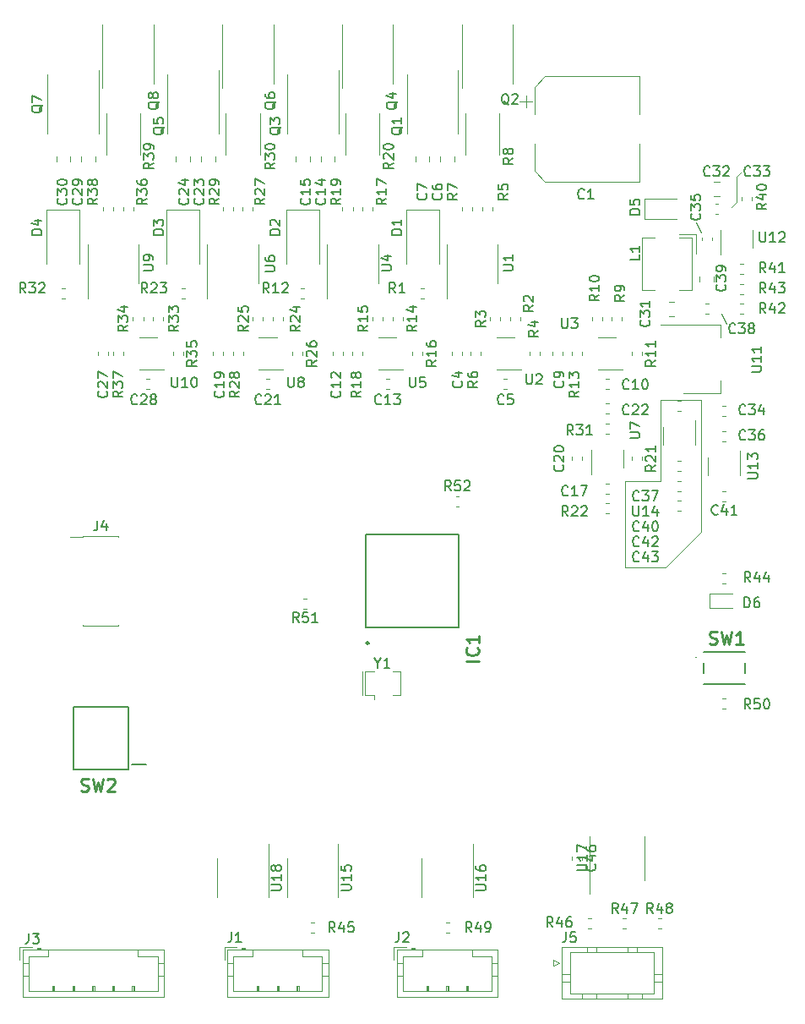
<source format=gto>
%TF.GenerationSoftware,KiCad,Pcbnew,(5.1.10)-1*%
%TF.CreationDate,2022-10-01T12:24:56+09:00*%
%TF.ProjectId,quadBLDC,71756164-424c-4444-932e-6b696361645f,rev?*%
%TF.SameCoordinates,Original*%
%TF.FileFunction,Legend,Top*%
%TF.FilePolarity,Positive*%
%FSLAX46Y46*%
G04 Gerber Fmt 4.6, Leading zero omitted, Abs format (unit mm)*
G04 Created by KiCad (PCBNEW (5.1.10)-1) date 2022-10-01 12:24:56*
%MOMM*%
%LPD*%
G01*
G04 APERTURE LIST*
%ADD10C,0.120000*%
%ADD11C,0.200000*%
%ADD12C,0.250000*%
%ADD13C,0.150000*%
%ADD14C,0.254000*%
G04 APERTURE END LIST*
D10*
X94488000Y-17272000D02*
X94996000Y-16764000D01*
X94488000Y-19812000D02*
X94488000Y-17272000D01*
X93980000Y-20320000D02*
X94488000Y-19812000D01*
X90424000Y-21844000D02*
X90932000Y-22860000D01*
X92964000Y-30988000D02*
X93472000Y-32004000D01*
X87376000Y-56388000D02*
X90932000Y-52832000D01*
X90932000Y-39624000D02*
X86868000Y-39624000D01*
X90932000Y-52832000D02*
X90932000Y-39624000D01*
X83312000Y-56388000D02*
X87376000Y-56388000D01*
X83312000Y-47752000D02*
X83312000Y-56388000D01*
X86868000Y-47752000D02*
X83312000Y-47752000D01*
X86868000Y-39624000D02*
X86868000Y-47752000D01*
%TO.C,C33*%
X92337221Y-21010000D02*
X92662779Y-21010000D01*
X92337221Y-19990000D02*
X92662779Y-19990000D01*
%TO.C,C32*%
X92241422Y-19210000D02*
X92758578Y-19210000D01*
X92241422Y-17790000D02*
X92758578Y-17790000D01*
%TO.C,Q5*%
X42570000Y-6600000D02*
X42570000Y-12945000D01*
X37430000Y-7055000D02*
X37430000Y-12945000D01*
%TO.C,U1*%
X65440000Y-26000000D02*
X65440000Y-29450000D01*
X65440000Y-26000000D02*
X65440000Y-24050000D01*
X70560000Y-26000000D02*
X70560000Y-27950000D01*
X70560000Y-26000000D02*
X70560000Y-24050000D01*
%TO.C,R7*%
X66990000Y-20337221D02*
X66990000Y-20662779D01*
X68010000Y-20337221D02*
X68010000Y-20662779D01*
%TO.C,C1*%
X84760000Y-17760000D02*
X84760000Y-14010000D01*
X84760000Y-7240000D02*
X84760000Y-10990000D01*
X75304437Y-7240000D02*
X84760000Y-7240000D01*
X75304437Y-17760000D02*
X84760000Y-17760000D01*
X74240000Y-16695563D02*
X74240000Y-14010000D01*
X74240000Y-8304437D02*
X74240000Y-10990000D01*
X74240000Y-8304437D02*
X75304437Y-7240000D01*
X74240000Y-16695563D02*
X75304437Y-17760000D01*
X72750000Y-9740000D02*
X74000000Y-9740000D01*
X73375000Y-9115000D02*
X73375000Y-10365000D01*
%TO.C,C4*%
X67010000Y-35162779D02*
X67010000Y-34837221D01*
X65990000Y-35162779D02*
X65990000Y-34837221D01*
%TO.C,C5*%
X71147221Y-37490000D02*
X71472779Y-37490000D01*
X71147221Y-38510000D02*
X71472779Y-38510000D01*
%TO.C,C6*%
X66210000Y-15241422D02*
X66210000Y-15758578D01*
X64790000Y-15241422D02*
X64790000Y-15758578D01*
%TO.C,C9*%
X75990000Y-35162779D02*
X75990000Y-34837221D01*
X77010000Y-35162779D02*
X77010000Y-34837221D01*
%TO.C,C10*%
X81337221Y-38510000D02*
X81662779Y-38510000D01*
X81337221Y-37490000D02*
X81662779Y-37490000D01*
%TO.C,C12*%
X53990000Y-35162779D02*
X53990000Y-34837221D01*
X55010000Y-35162779D02*
X55010000Y-34837221D01*
%TO.C,C13*%
X59337221Y-38510000D02*
X59662779Y-38510000D01*
X59337221Y-37490000D02*
X59662779Y-37490000D01*
%TO.C,C14*%
X52790000Y-15241422D02*
X52790000Y-15758578D01*
X54210000Y-15241422D02*
X54210000Y-15758578D01*
%TO.C,C17*%
X81662779Y-47990000D02*
X81337221Y-47990000D01*
X81662779Y-49010000D02*
X81337221Y-49010000D01*
%TO.C,C20*%
X77990000Y-45337221D02*
X77990000Y-45662779D01*
X79010000Y-45337221D02*
X79010000Y-45662779D01*
%TO.C,C19*%
X41990000Y-35162779D02*
X41990000Y-34837221D01*
X43010000Y-35162779D02*
X43010000Y-34837221D01*
%TO.C,C21*%
X47337221Y-38510000D02*
X47662779Y-38510000D01*
X47337221Y-37490000D02*
X47662779Y-37490000D01*
%TO.C,C22*%
X81337221Y-39990000D02*
X81662779Y-39990000D01*
X81337221Y-41010000D02*
X81662779Y-41010000D01*
%TO.C,C23*%
X40790000Y-15241422D02*
X40790000Y-15758578D01*
X42210000Y-15241422D02*
X42210000Y-15758578D01*
%TO.C,C27*%
X30490000Y-35162779D02*
X30490000Y-34837221D01*
X31510000Y-35162779D02*
X31510000Y-34837221D01*
%TO.C,C28*%
X35337221Y-38510000D02*
X35662779Y-38510000D01*
X35337221Y-37490000D02*
X35662779Y-37490000D01*
%TO.C,C29*%
X28790000Y-15241422D02*
X28790000Y-15758578D01*
X30210000Y-15241422D02*
X30210000Y-15758578D01*
%TO.C,C31*%
X88258578Y-31210000D02*
X87741422Y-31210000D01*
X88258578Y-29790000D02*
X87741422Y-29790000D01*
%TO.C,C34*%
X93412779Y-41260000D02*
X93087221Y-41260000D01*
X93412779Y-40240000D02*
X93087221Y-40240000D01*
%TO.C,C35*%
X90990000Y-23662779D02*
X90990000Y-23337221D01*
X92010000Y-23662779D02*
X92010000Y-23337221D01*
%TO.C,C36*%
X93412779Y-42740000D02*
X93087221Y-42740000D01*
X93412779Y-43760000D02*
X93087221Y-43760000D01*
%TO.C,C38*%
X91337221Y-29990000D02*
X91662779Y-29990000D01*
X91337221Y-31010000D02*
X91662779Y-31010000D01*
%TO.C,C39*%
X90790000Y-27758578D02*
X90790000Y-27241422D01*
X92210000Y-27758578D02*
X92210000Y-27241422D01*
%TO.C,C41*%
X93412779Y-49760000D02*
X93087221Y-49760000D01*
X93412779Y-48740000D02*
X93087221Y-48740000D01*
%TO.C,C46*%
X79010000Y-85337221D02*
X79010000Y-85662779D01*
X77990000Y-85337221D02*
X77990000Y-85662779D01*
%TO.C,D1*%
X64650000Y-20600000D02*
X64650000Y-26000000D01*
X61350000Y-20600000D02*
X61350000Y-26000000D01*
X64650000Y-20600000D02*
X61350000Y-20600000D01*
%TO.C,D2*%
X52650000Y-20600000D02*
X49350000Y-20600000D01*
X49350000Y-20600000D02*
X49350000Y-26000000D01*
X52650000Y-20600000D02*
X52650000Y-26000000D01*
%TO.C,D3*%
X40650000Y-20600000D02*
X37350000Y-20600000D01*
X37350000Y-20600000D02*
X37350000Y-26000000D01*
X40650000Y-20600000D02*
X40650000Y-26000000D01*
%TO.C,D4*%
X28650000Y-20600000D02*
X28650000Y-26000000D01*
X25350000Y-20600000D02*
X25350000Y-26000000D01*
X28650000Y-20600000D02*
X25350000Y-20600000D01*
%TO.C,D5*%
X88500000Y-19500000D02*
X85300000Y-19500000D01*
X85300000Y-21500000D02*
X88500000Y-21500000D01*
X85300000Y-21500000D02*
X85300000Y-19500000D01*
%TO.C,D6*%
X91765000Y-60485000D02*
X94050000Y-60485000D01*
X91765000Y-59015000D02*
X91765000Y-60485000D01*
X94050000Y-59015000D02*
X91765000Y-59015000D01*
D11*
%TO.C,IC1*%
X57350000Y-62400000D02*
X57350000Y-53100000D01*
X57350000Y-53100000D02*
X66650000Y-53100000D01*
X66650000Y-53100000D02*
X66650000Y-62400000D01*
X66650000Y-62400000D02*
X57350000Y-62400000D01*
D12*
X57625000Y-63975000D02*
G75*
G03*
X57625000Y-63975000I-125000J0D01*
G01*
D10*
%TO.C,J1*%
X43140000Y-94390000D02*
X43140000Y-95640000D01*
X44390000Y-94390000D02*
X43140000Y-94390000D01*
X50500000Y-98800000D02*
X50500000Y-98300000D01*
X50600000Y-98300000D02*
X50600000Y-98800000D01*
X50400000Y-98300000D02*
X50600000Y-98300000D01*
X50400000Y-98800000D02*
X50400000Y-98300000D01*
X48500000Y-98800000D02*
X48500000Y-98300000D01*
X48600000Y-98300000D02*
X48600000Y-98800000D01*
X48400000Y-98300000D02*
X48600000Y-98300000D01*
X48400000Y-98800000D02*
X48400000Y-98300000D01*
X46500000Y-98800000D02*
X46500000Y-98300000D01*
X46600000Y-98300000D02*
X46600000Y-98800000D01*
X46400000Y-98300000D02*
X46600000Y-98300000D01*
X46400000Y-98800000D02*
X46400000Y-98300000D01*
X53560000Y-97300000D02*
X52950000Y-97300000D01*
X53560000Y-96000000D02*
X52950000Y-96000000D01*
X43440000Y-97300000D02*
X44050000Y-97300000D01*
X43440000Y-96000000D02*
X44050000Y-96000000D01*
X51000000Y-95300000D02*
X51000000Y-94690000D01*
X52950000Y-95300000D02*
X51000000Y-95300000D01*
X52950000Y-98800000D02*
X52950000Y-95300000D01*
X44050000Y-98800000D02*
X52950000Y-98800000D01*
X44050000Y-95300000D02*
X44050000Y-98800000D01*
X46000000Y-95300000D02*
X44050000Y-95300000D01*
X46000000Y-94690000D02*
X46000000Y-95300000D01*
X45200000Y-94590000D02*
X44900000Y-94590000D01*
X44900000Y-94490000D02*
X44900000Y-94690000D01*
X45200000Y-94490000D02*
X44900000Y-94490000D01*
X45200000Y-94690000D02*
X45200000Y-94490000D01*
X53560000Y-94690000D02*
X43440000Y-94690000D01*
X53560000Y-99410000D02*
X53560000Y-94690000D01*
X43440000Y-99410000D02*
X53560000Y-99410000D01*
X43440000Y-94690000D02*
X43440000Y-99410000D01*
%TO.C,J2*%
X60440000Y-94690000D02*
X60440000Y-99410000D01*
X60440000Y-99410000D02*
X70560000Y-99410000D01*
X70560000Y-99410000D02*
X70560000Y-94690000D01*
X70560000Y-94690000D02*
X60440000Y-94690000D01*
X62200000Y-94690000D02*
X62200000Y-94490000D01*
X62200000Y-94490000D02*
X61900000Y-94490000D01*
X61900000Y-94490000D02*
X61900000Y-94690000D01*
X62200000Y-94590000D02*
X61900000Y-94590000D01*
X63000000Y-94690000D02*
X63000000Y-95300000D01*
X63000000Y-95300000D02*
X61050000Y-95300000D01*
X61050000Y-95300000D02*
X61050000Y-98800000D01*
X61050000Y-98800000D02*
X69950000Y-98800000D01*
X69950000Y-98800000D02*
X69950000Y-95300000D01*
X69950000Y-95300000D02*
X68000000Y-95300000D01*
X68000000Y-95300000D02*
X68000000Y-94690000D01*
X60440000Y-96000000D02*
X61050000Y-96000000D01*
X60440000Y-97300000D02*
X61050000Y-97300000D01*
X70560000Y-96000000D02*
X69950000Y-96000000D01*
X70560000Y-97300000D02*
X69950000Y-97300000D01*
X63400000Y-98800000D02*
X63400000Y-98300000D01*
X63400000Y-98300000D02*
X63600000Y-98300000D01*
X63600000Y-98300000D02*
X63600000Y-98800000D01*
X63500000Y-98800000D02*
X63500000Y-98300000D01*
X65400000Y-98800000D02*
X65400000Y-98300000D01*
X65400000Y-98300000D02*
X65600000Y-98300000D01*
X65600000Y-98300000D02*
X65600000Y-98800000D01*
X65500000Y-98800000D02*
X65500000Y-98300000D01*
X67400000Y-98800000D02*
X67400000Y-98300000D01*
X67400000Y-98300000D02*
X67600000Y-98300000D01*
X67600000Y-98300000D02*
X67600000Y-98800000D01*
X67500000Y-98800000D02*
X67500000Y-98300000D01*
X61390000Y-94390000D02*
X60140000Y-94390000D01*
X60140000Y-94390000D02*
X60140000Y-95640000D01*
%TO.C,J3*%
X22640000Y-94390000D02*
X22640000Y-95640000D01*
X23890000Y-94390000D02*
X22640000Y-94390000D01*
X34000000Y-98800000D02*
X34000000Y-98300000D01*
X34100000Y-98300000D02*
X34100000Y-98800000D01*
X33900000Y-98300000D02*
X34100000Y-98300000D01*
X33900000Y-98800000D02*
X33900000Y-98300000D01*
X32000000Y-98800000D02*
X32000000Y-98300000D01*
X32100000Y-98300000D02*
X32100000Y-98800000D01*
X31900000Y-98300000D02*
X32100000Y-98300000D01*
X31900000Y-98800000D02*
X31900000Y-98300000D01*
X30000000Y-98800000D02*
X30000000Y-98300000D01*
X30100000Y-98300000D02*
X30100000Y-98800000D01*
X29900000Y-98300000D02*
X30100000Y-98300000D01*
X29900000Y-98800000D02*
X29900000Y-98300000D01*
X28000000Y-98800000D02*
X28000000Y-98300000D01*
X28100000Y-98300000D02*
X28100000Y-98800000D01*
X27900000Y-98300000D02*
X28100000Y-98300000D01*
X27900000Y-98800000D02*
X27900000Y-98300000D01*
X26000000Y-98800000D02*
X26000000Y-98300000D01*
X26100000Y-98300000D02*
X26100000Y-98800000D01*
X25900000Y-98300000D02*
X26100000Y-98300000D01*
X25900000Y-98800000D02*
X25900000Y-98300000D01*
X37060000Y-97300000D02*
X36450000Y-97300000D01*
X37060000Y-96000000D02*
X36450000Y-96000000D01*
X22940000Y-97300000D02*
X23550000Y-97300000D01*
X22940000Y-96000000D02*
X23550000Y-96000000D01*
X34500000Y-95300000D02*
X34500000Y-94690000D01*
X36450000Y-95300000D02*
X34500000Y-95300000D01*
X36450000Y-98800000D02*
X36450000Y-95300000D01*
X23550000Y-98800000D02*
X36450000Y-98800000D01*
X23550000Y-95300000D02*
X23550000Y-98800000D01*
X25500000Y-95300000D02*
X23550000Y-95300000D01*
X25500000Y-94690000D02*
X25500000Y-95300000D01*
X24700000Y-94590000D02*
X24400000Y-94590000D01*
X24400000Y-94490000D02*
X24400000Y-94690000D01*
X24700000Y-94490000D02*
X24400000Y-94490000D01*
X24700000Y-94690000D02*
X24700000Y-94490000D01*
X37060000Y-94690000D02*
X22940000Y-94690000D01*
X37060000Y-99410000D02*
X37060000Y-94690000D01*
X22940000Y-99410000D02*
X37060000Y-99410000D01*
X22940000Y-94690000D02*
X22940000Y-99410000D01*
%TO.C,J4*%
X28985000Y-53245000D02*
X32515000Y-53245000D01*
X28985000Y-62255000D02*
X32515000Y-62255000D01*
X27660000Y-53310000D02*
X28985000Y-53310000D01*
X28985000Y-53245000D02*
X28985000Y-53310000D01*
X32515000Y-53245000D02*
X32515000Y-53310000D01*
X28985000Y-62190000D02*
X28985000Y-62255000D01*
X32515000Y-62190000D02*
X32515000Y-62255000D01*
%TO.C,J5*%
X76140000Y-95700000D02*
X76740000Y-96000000D01*
X76140000Y-96300000D02*
X76140000Y-95700000D01*
X76740000Y-96000000D02*
X76140000Y-96300000D01*
X87060000Y-94390000D02*
X76940000Y-94390000D01*
X87060000Y-99610000D02*
X87060000Y-94390000D01*
X76940000Y-99610000D02*
X87060000Y-99610000D01*
X76940000Y-94390000D02*
X76940000Y-99610000D01*
X85030000Y-99610000D02*
X85030000Y-99100000D01*
X83530000Y-99610000D02*
X83530000Y-99100000D01*
X78970000Y-99610000D02*
X78970000Y-99100000D01*
X80470000Y-99610000D02*
X80470000Y-99100000D01*
X84470000Y-94390000D02*
X84470000Y-94900000D01*
X83530000Y-94390000D02*
X83530000Y-94900000D01*
X79530000Y-94390000D02*
X79530000Y-94900000D01*
X80470000Y-94390000D02*
X80470000Y-94900000D01*
X87060000Y-97900000D02*
X86200000Y-97900000D01*
X76940000Y-97900000D02*
X77800000Y-97900000D01*
X87060000Y-97100000D02*
X86200000Y-97100000D01*
X76940000Y-97100000D02*
X77800000Y-97100000D01*
X86200000Y-94900000D02*
X77800000Y-94900000D01*
X86200000Y-99100000D02*
X86200000Y-94900000D01*
X77800000Y-99100000D02*
X86200000Y-99100000D01*
X77800000Y-94900000D02*
X77800000Y-99100000D01*
%TO.C,L1*%
X90000000Y-23350000D02*
X88700000Y-23350000D01*
X90000000Y-28650000D02*
X88700000Y-28650000D01*
X86300000Y-23350000D02*
X85000000Y-23350000D01*
X90000000Y-23350000D02*
X90000000Y-28650000D01*
X85000000Y-23350000D02*
X85000000Y-28650000D01*
X86300000Y-28650000D02*
X85000000Y-28650000D01*
X90400000Y-23000000D02*
X90400000Y-25000000D01*
X88700000Y-23000000D02*
X90400000Y-23000000D01*
%TO.C,Q1*%
X66570000Y-6600000D02*
X66570000Y-12945000D01*
X61430000Y-7055000D02*
X61430000Y-12945000D01*
%TO.C,Q2*%
X66930000Y-8400000D02*
X66930000Y-2055000D01*
X72070000Y-7945000D02*
X72070000Y-2055000D01*
%TO.C,Q3*%
X49430000Y-7055000D02*
X49430000Y-12945000D01*
X54570000Y-6600000D02*
X54570000Y-12945000D01*
%TO.C,Q4*%
X54930000Y-8400000D02*
X54930000Y-2055000D01*
X60070000Y-7945000D02*
X60070000Y-2055000D01*
%TO.C,Q6*%
X48070000Y-7945000D02*
X48070000Y-2055000D01*
X42930000Y-8400000D02*
X42930000Y-2055000D01*
%TO.C,Q7*%
X25430000Y-7055000D02*
X25430000Y-12945000D01*
X30570000Y-6600000D02*
X30570000Y-12945000D01*
%TO.C,Q8*%
X36070000Y-7945000D02*
X36070000Y-2055000D01*
X30930000Y-8400000D02*
X30930000Y-2055000D01*
%TO.C,R1*%
X62837221Y-29510000D02*
X63162779Y-29510000D01*
X62837221Y-28490000D02*
X63162779Y-28490000D01*
%TO.C,R2*%
X71800000Y-31662779D02*
X71800000Y-31337221D01*
X72820000Y-31662779D02*
X72820000Y-31337221D01*
%TO.C,R3*%
X70820000Y-31662779D02*
X70820000Y-31337221D01*
X69800000Y-31662779D02*
X69800000Y-31337221D01*
%TO.C,R4*%
X73740000Y-34837221D02*
X73740000Y-35162779D01*
X74760000Y-34837221D02*
X74760000Y-35162779D01*
%TO.C,R5*%
X68990000Y-20337221D02*
X68990000Y-20662779D01*
X70010000Y-20337221D02*
X70010000Y-20662779D01*
%TO.C,R6*%
X67800000Y-35162779D02*
X67800000Y-34837221D01*
X68820000Y-35162779D02*
X68820000Y-34837221D01*
%TO.C,R8*%
X70710000Y-10947936D02*
X70710000Y-15052064D01*
X67290000Y-10947936D02*
X67290000Y-15052064D01*
%TO.C,R9*%
X81990000Y-31662779D02*
X81990000Y-31337221D01*
X83010000Y-31662779D02*
X83010000Y-31337221D01*
%TO.C,R10*%
X81010000Y-31662779D02*
X81010000Y-31337221D01*
X79990000Y-31662779D02*
X79990000Y-31337221D01*
%TO.C,R11*%
X85010000Y-34837221D02*
X85010000Y-35162779D01*
X83990000Y-34837221D02*
X83990000Y-35162779D01*
%TO.C,R13*%
X79010000Y-35162779D02*
X79010000Y-34837221D01*
X77990000Y-35162779D02*
X77990000Y-34837221D01*
%TO.C,R12*%
X50837221Y-29510000D02*
X51162779Y-29510000D01*
X50837221Y-28490000D02*
X51162779Y-28490000D01*
%TO.C,R14*%
X61010000Y-31662779D02*
X61010000Y-31337221D01*
X59990000Y-31662779D02*
X59990000Y-31337221D01*
%TO.C,R15*%
X57990000Y-31662779D02*
X57990000Y-31337221D01*
X59010000Y-31662779D02*
X59010000Y-31337221D01*
%TO.C,R16*%
X61990000Y-34837221D02*
X61990000Y-35162779D01*
X63010000Y-34837221D02*
X63010000Y-35162779D01*
%TO.C,R17*%
X56990000Y-20337221D02*
X56990000Y-20662779D01*
X58010000Y-20337221D02*
X58010000Y-20662779D01*
%TO.C,R18*%
X55990000Y-35162779D02*
X55990000Y-34837221D01*
X57010000Y-35162779D02*
X57010000Y-34837221D01*
%TO.C,R19*%
X56010000Y-20337221D02*
X56010000Y-20662779D01*
X54990000Y-20337221D02*
X54990000Y-20662779D01*
%TO.C,R20*%
X55290000Y-10947936D02*
X55290000Y-15052064D01*
X58710000Y-10947936D02*
X58710000Y-15052064D01*
%TO.C,R21*%
X83990000Y-45337221D02*
X83990000Y-45662779D01*
X85010000Y-45337221D02*
X85010000Y-45662779D01*
%TO.C,R22*%
X81662779Y-51010000D02*
X81337221Y-51010000D01*
X81662779Y-49990000D02*
X81337221Y-49990000D01*
%TO.C,R23*%
X38837221Y-28490000D02*
X39162779Y-28490000D01*
X38837221Y-29510000D02*
X39162779Y-29510000D01*
%TO.C,R24*%
X49010000Y-31662779D02*
X49010000Y-31337221D01*
X47990000Y-31662779D02*
X47990000Y-31337221D01*
%TO.C,R25*%
X45990000Y-31662779D02*
X45990000Y-31337221D01*
X47010000Y-31662779D02*
X47010000Y-31337221D01*
%TO.C,R26*%
X49990000Y-34837221D02*
X49990000Y-35162779D01*
X51010000Y-34837221D02*
X51010000Y-35162779D01*
%TO.C,R27*%
X46010000Y-20337221D02*
X46010000Y-20662779D01*
X44990000Y-20337221D02*
X44990000Y-20662779D01*
%TO.C,R28*%
X43990000Y-35162779D02*
X43990000Y-34837221D01*
X45010000Y-35162779D02*
X45010000Y-34837221D01*
%TO.C,R31*%
X81337221Y-41990000D02*
X81662779Y-41990000D01*
X81337221Y-43010000D02*
X81662779Y-43010000D01*
%TO.C,R29*%
X42990000Y-20337221D02*
X42990000Y-20662779D01*
X44010000Y-20337221D02*
X44010000Y-20662779D01*
%TO.C,R30*%
X43290000Y-10947936D02*
X43290000Y-15052064D01*
X46710000Y-10947936D02*
X46710000Y-15052064D01*
%TO.C,R32*%
X26837221Y-28490000D02*
X27162779Y-28490000D01*
X26837221Y-29510000D02*
X27162779Y-29510000D01*
%TO.C,R33*%
X35990000Y-31662779D02*
X35990000Y-31337221D01*
X37010000Y-31662779D02*
X37010000Y-31337221D01*
%TO.C,R34*%
X35010000Y-31662779D02*
X35010000Y-31337221D01*
X33990000Y-31662779D02*
X33990000Y-31337221D01*
%TO.C,R35*%
X39010000Y-34837221D02*
X39010000Y-35162779D01*
X37990000Y-34837221D02*
X37990000Y-35162779D01*
%TO.C,R36*%
X34010000Y-20337221D02*
X34010000Y-20662779D01*
X32990000Y-20337221D02*
X32990000Y-20662779D01*
%TO.C,R37*%
X33010000Y-35162779D02*
X33010000Y-34837221D01*
X31990000Y-35162779D02*
X31990000Y-34837221D01*
%TO.C,R38*%
X30990000Y-20337221D02*
X30990000Y-20662779D01*
X32010000Y-20337221D02*
X32010000Y-20662779D01*
%TO.C,R39*%
X31290000Y-10947936D02*
X31290000Y-15052064D01*
X34710000Y-10947936D02*
X34710000Y-15052064D01*
%TO.C,R40*%
X96010000Y-19337221D02*
X96010000Y-19662779D01*
X94990000Y-19337221D02*
X94990000Y-19662779D01*
%TO.C,R41*%
X95162779Y-27010000D02*
X94837221Y-27010000D01*
X95162779Y-25990000D02*
X94837221Y-25990000D01*
%TO.C,R42*%
X95162779Y-29990000D02*
X94837221Y-29990000D01*
X95162779Y-31010000D02*
X94837221Y-31010000D01*
%TO.C,R43*%
X95162779Y-27990000D02*
X94837221Y-27990000D01*
X95162779Y-29010000D02*
X94837221Y-29010000D01*
%TO.C,R44*%
X93087221Y-58010000D02*
X93412779Y-58010000D01*
X93087221Y-56990000D02*
X93412779Y-56990000D01*
%TO.C,R45*%
X52162779Y-91990000D02*
X51837221Y-91990000D01*
X52162779Y-93010000D02*
X51837221Y-93010000D01*
%TO.C,R46*%
X79912779Y-92510000D02*
X79587221Y-92510000D01*
X79912779Y-91490000D02*
X79587221Y-91490000D01*
%TO.C,R47*%
X83087221Y-91490000D02*
X83412779Y-91490000D01*
X83087221Y-92510000D02*
X83412779Y-92510000D01*
%TO.C,R48*%
X86587221Y-92510000D02*
X86912779Y-92510000D01*
X86587221Y-91490000D02*
X86912779Y-91490000D01*
%TO.C,R49*%
X65337221Y-91990000D02*
X65662779Y-91990000D01*
X65337221Y-93010000D02*
X65662779Y-93010000D01*
%TO.C,R50*%
X93087221Y-69490000D02*
X93412779Y-69490000D01*
X93087221Y-70510000D02*
X93412779Y-70510000D01*
%TO.C,R51*%
X51412779Y-60510000D02*
X51087221Y-60510000D01*
X51412779Y-59490000D02*
X51087221Y-59490000D01*
%TO.C,R52*%
X66662779Y-49240000D02*
X66337221Y-49240000D01*
X66662779Y-50260000D02*
X66337221Y-50260000D01*
D11*
%TO.C,SW1*%
X91150000Y-64900000D02*
X95350000Y-64900000D01*
X95350000Y-68100000D02*
X91150000Y-68100000D01*
X91150000Y-66000000D02*
X91150000Y-67000000D01*
X95350000Y-66000000D02*
X95350000Y-67000000D01*
X90397370Y-65411000D02*
G75*
G03*
X90397370Y-65411000I-53370J0D01*
G01*
%TO.C,SW2*%
X33500000Y-76605000D02*
X28000000Y-76605000D01*
X28000000Y-76605000D02*
X28000000Y-70395000D01*
X28000000Y-70395000D02*
X33500000Y-70395000D01*
X33500000Y-70395000D02*
X33500000Y-76605000D01*
X35275000Y-76130000D02*
X33850000Y-76130000D01*
D10*
%TO.C,U2*%
X72210000Y-33390000D02*
X70410000Y-33390000D01*
X70410000Y-36610000D02*
X72860000Y-36610000D01*
%TO.C,U3*%
X82400000Y-33390000D02*
X80600000Y-33390000D01*
X80600000Y-36610000D02*
X83050000Y-36610000D01*
%TO.C,U4*%
X58560000Y-26000000D02*
X58560000Y-24050000D01*
X58560000Y-26000000D02*
X58560000Y-27950000D01*
X53440000Y-26000000D02*
X53440000Y-24050000D01*
X53440000Y-26000000D02*
X53440000Y-29450000D01*
%TO.C,U5*%
X58600000Y-36610000D02*
X61050000Y-36610000D01*
X60400000Y-33390000D02*
X58600000Y-33390000D01*
%TO.C,U7*%
X79890000Y-44600000D02*
X79890000Y-47050000D01*
X83110000Y-46400000D02*
X83110000Y-44600000D01*
%TO.C,U6*%
X41440000Y-26000000D02*
X41440000Y-29450000D01*
X41440000Y-26000000D02*
X41440000Y-24050000D01*
X46560000Y-26000000D02*
X46560000Y-27950000D01*
X46560000Y-26000000D02*
X46560000Y-24050000D01*
%TO.C,U8*%
X48400000Y-33390000D02*
X46600000Y-33390000D01*
X46600000Y-36610000D02*
X49050000Y-36610000D01*
%TO.C,U9*%
X34560000Y-26000000D02*
X34560000Y-24050000D01*
X34560000Y-26000000D02*
X34560000Y-27950000D01*
X29440000Y-26000000D02*
X29440000Y-24050000D01*
X29440000Y-26000000D02*
X29440000Y-29450000D01*
%TO.C,U10*%
X36400000Y-33390000D02*
X34600000Y-33390000D01*
X34600000Y-36610000D02*
X37050000Y-36610000D01*
%TO.C,U11*%
X92910000Y-38910000D02*
X92910000Y-37650000D01*
X92910000Y-32090000D02*
X92910000Y-33350000D01*
X89150000Y-38910000D02*
X92910000Y-38910000D01*
X86900000Y-32090000D02*
X92910000Y-32090000D01*
%TO.C,U12*%
X96110000Y-24400000D02*
X96110000Y-22600000D01*
X92890000Y-22600000D02*
X92890000Y-25050000D01*
%TO.C,U13*%
X94860000Y-47150000D02*
X94860000Y-44700000D01*
X91640000Y-45350000D02*
X91640000Y-47150000D01*
%TO.C,U15*%
X49440000Y-87500000D02*
X49440000Y-89450000D01*
X49440000Y-87500000D02*
X49440000Y-85550000D01*
X54560000Y-87500000D02*
X54560000Y-89450000D01*
X54560000Y-87500000D02*
X54560000Y-84050000D01*
%TO.C,U16*%
X68060000Y-87500000D02*
X68060000Y-84050000D01*
X68060000Y-87500000D02*
X68060000Y-89450000D01*
X62940000Y-87500000D02*
X62940000Y-85550000D01*
X62940000Y-87500000D02*
X62940000Y-89450000D01*
%TO.C,U17*%
X85235000Y-85500000D02*
X85235000Y-83300000D01*
X85235000Y-85500000D02*
X85235000Y-87700000D01*
X79765000Y-85500000D02*
X79765000Y-83300000D01*
X79765000Y-85500000D02*
X79765000Y-89100000D01*
%TO.C,U18*%
X47560000Y-87500000D02*
X47560000Y-84050000D01*
X47560000Y-87500000D02*
X47560000Y-89450000D01*
X42440000Y-87500000D02*
X42440000Y-85550000D01*
X42440000Y-87500000D02*
X42440000Y-89450000D01*
%TO.C,Y1*%
X60800000Y-69200000D02*
X60000000Y-69200000D01*
X60800000Y-66800000D02*
X60800000Y-68800000D01*
X60000000Y-66800000D02*
X60800000Y-66800000D01*
X57200000Y-66800000D02*
X58200000Y-66800000D01*
X57200000Y-68800000D02*
X57200000Y-66800000D01*
X58200000Y-69200000D02*
X57200000Y-69200000D01*
X58200000Y-69200000D02*
X58200000Y-69600000D01*
X57000000Y-66800000D02*
X57000000Y-68800000D01*
X60800000Y-68800000D02*
X60800000Y-69200000D01*
X57200000Y-68800000D02*
X57200000Y-69200000D01*
X57000000Y-68800000D02*
X57000000Y-69200000D01*
%TO.C,C7*%
X62290000Y-15241422D02*
X62290000Y-15758578D01*
X63710000Y-15241422D02*
X63710000Y-15758578D01*
%TO.C,C15*%
X50290000Y-15241422D02*
X50290000Y-15758578D01*
X51710000Y-15241422D02*
X51710000Y-15758578D01*
%TO.C,C24*%
X38290000Y-15241422D02*
X38290000Y-15758578D01*
X39710000Y-15241422D02*
X39710000Y-15758578D01*
%TO.C,C30*%
X27710000Y-15241422D02*
X27710000Y-15758578D01*
X26290000Y-15241422D02*
X26290000Y-15758578D01*
%TO.C,C37*%
X88587221Y-39740000D02*
X88912779Y-39740000D01*
X88587221Y-40760000D02*
X88912779Y-40760000D01*
%TO.C,C40*%
X88912779Y-45740000D02*
X88587221Y-45740000D01*
X88912779Y-46760000D02*
X88587221Y-46760000D01*
%TO.C,C42*%
X88912779Y-48760000D02*
X88587221Y-48760000D01*
X88912779Y-47740000D02*
X88587221Y-47740000D01*
%TO.C,C43*%
X88912779Y-49740000D02*
X88587221Y-49740000D01*
X88912779Y-50760000D02*
X88587221Y-50760000D01*
%TO.C,U14*%
X87140000Y-42350000D02*
X87140000Y-44150000D01*
X90360000Y-44150000D02*
X90360000Y-41700000D01*
%TO.C,C33*%
D13*
X95877142Y-17121142D02*
X95829523Y-17168761D01*
X95686666Y-17216380D01*
X95591428Y-17216380D01*
X95448571Y-17168761D01*
X95353333Y-17073523D01*
X95305714Y-16978285D01*
X95258095Y-16787809D01*
X95258095Y-16644952D01*
X95305714Y-16454476D01*
X95353333Y-16359238D01*
X95448571Y-16264000D01*
X95591428Y-16216380D01*
X95686666Y-16216380D01*
X95829523Y-16264000D01*
X95877142Y-16311619D01*
X96210476Y-16216380D02*
X96829523Y-16216380D01*
X96496190Y-16597333D01*
X96639047Y-16597333D01*
X96734285Y-16644952D01*
X96781904Y-16692571D01*
X96829523Y-16787809D01*
X96829523Y-17025904D01*
X96781904Y-17121142D01*
X96734285Y-17168761D01*
X96639047Y-17216380D01*
X96353333Y-17216380D01*
X96258095Y-17168761D01*
X96210476Y-17121142D01*
X97162857Y-16216380D02*
X97781904Y-16216380D01*
X97448571Y-16597333D01*
X97591428Y-16597333D01*
X97686666Y-16644952D01*
X97734285Y-16692571D01*
X97781904Y-16787809D01*
X97781904Y-17025904D01*
X97734285Y-17121142D01*
X97686666Y-17168761D01*
X97591428Y-17216380D01*
X97305714Y-17216380D01*
X97210476Y-17168761D01*
X97162857Y-17121142D01*
%TO.C,C32*%
X91813142Y-17121142D02*
X91765523Y-17168761D01*
X91622666Y-17216380D01*
X91527428Y-17216380D01*
X91384571Y-17168761D01*
X91289333Y-17073523D01*
X91241714Y-16978285D01*
X91194095Y-16787809D01*
X91194095Y-16644952D01*
X91241714Y-16454476D01*
X91289333Y-16359238D01*
X91384571Y-16264000D01*
X91527428Y-16216380D01*
X91622666Y-16216380D01*
X91765523Y-16264000D01*
X91813142Y-16311619D01*
X92146476Y-16216380D02*
X92765523Y-16216380D01*
X92432190Y-16597333D01*
X92575047Y-16597333D01*
X92670285Y-16644952D01*
X92717904Y-16692571D01*
X92765523Y-16787809D01*
X92765523Y-17025904D01*
X92717904Y-17121142D01*
X92670285Y-17168761D01*
X92575047Y-17216380D01*
X92289333Y-17216380D01*
X92194095Y-17168761D01*
X92146476Y-17121142D01*
X93146476Y-16311619D02*
X93194095Y-16264000D01*
X93289333Y-16216380D01*
X93527428Y-16216380D01*
X93622666Y-16264000D01*
X93670285Y-16311619D01*
X93717904Y-16406857D01*
X93717904Y-16502095D01*
X93670285Y-16644952D01*
X93098857Y-17216380D01*
X93717904Y-17216380D01*
%TO.C,Q5*%
X37123619Y-12287238D02*
X37076000Y-12382476D01*
X36980761Y-12477714D01*
X36837904Y-12620571D01*
X36790285Y-12715809D01*
X36790285Y-12811047D01*
X37028380Y-12763428D02*
X36980761Y-12858666D01*
X36885523Y-12953904D01*
X36695047Y-13001523D01*
X36361714Y-13001523D01*
X36171238Y-12953904D01*
X36076000Y-12858666D01*
X36028380Y-12763428D01*
X36028380Y-12572952D01*
X36076000Y-12477714D01*
X36171238Y-12382476D01*
X36361714Y-12334857D01*
X36695047Y-12334857D01*
X36885523Y-12382476D01*
X36980761Y-12477714D01*
X37028380Y-12572952D01*
X37028380Y-12763428D01*
X36028380Y-11430095D02*
X36028380Y-11906285D01*
X36504571Y-11953904D01*
X36456952Y-11906285D01*
X36409333Y-11811047D01*
X36409333Y-11572952D01*
X36456952Y-11477714D01*
X36504571Y-11430095D01*
X36599809Y-11382476D01*
X36837904Y-11382476D01*
X36933142Y-11430095D01*
X36980761Y-11477714D01*
X37028380Y-11572952D01*
X37028380Y-11811047D01*
X36980761Y-11906285D01*
X36933142Y-11953904D01*
%TO.C,U1*%
X71080380Y-26669904D02*
X71889904Y-26669904D01*
X71985142Y-26622285D01*
X72032761Y-26574666D01*
X72080380Y-26479428D01*
X72080380Y-26288952D01*
X72032761Y-26193714D01*
X71985142Y-26146095D01*
X71889904Y-26098476D01*
X71080380Y-26098476D01*
X72080380Y-25098476D02*
X72080380Y-25669904D01*
X72080380Y-25384190D02*
X71080380Y-25384190D01*
X71223238Y-25479428D01*
X71318476Y-25574666D01*
X71366095Y-25669904D01*
%TO.C,R7*%
X66492380Y-18962666D02*
X66016190Y-19296000D01*
X66492380Y-19534095D02*
X65492380Y-19534095D01*
X65492380Y-19153142D01*
X65540000Y-19057904D01*
X65587619Y-19010285D01*
X65682857Y-18962666D01*
X65825714Y-18962666D01*
X65920952Y-19010285D01*
X65968571Y-19057904D01*
X66016190Y-19153142D01*
X66016190Y-19534095D01*
X65492380Y-18629333D02*
X65492380Y-17962666D01*
X66492380Y-18391238D01*
%TO.C,C1*%
X79208333Y-19407142D02*
X79160714Y-19454761D01*
X79017857Y-19502380D01*
X78922619Y-19502380D01*
X78779761Y-19454761D01*
X78684523Y-19359523D01*
X78636904Y-19264285D01*
X78589285Y-19073809D01*
X78589285Y-18930952D01*
X78636904Y-18740476D01*
X78684523Y-18645238D01*
X78779761Y-18550000D01*
X78922619Y-18502380D01*
X79017857Y-18502380D01*
X79160714Y-18550000D01*
X79208333Y-18597619D01*
X80160714Y-19502380D02*
X79589285Y-19502380D01*
X79875000Y-19502380D02*
X79875000Y-18502380D01*
X79779761Y-18645238D01*
X79684523Y-18740476D01*
X79589285Y-18788095D01*
%TO.C,C4*%
X66905142Y-37758666D02*
X66952761Y-37806285D01*
X67000380Y-37949142D01*
X67000380Y-38044380D01*
X66952761Y-38187238D01*
X66857523Y-38282476D01*
X66762285Y-38330095D01*
X66571809Y-38377714D01*
X66428952Y-38377714D01*
X66238476Y-38330095D01*
X66143238Y-38282476D01*
X66048000Y-38187238D01*
X66000380Y-38044380D01*
X66000380Y-37949142D01*
X66048000Y-37806285D01*
X66095619Y-37758666D01*
X66333714Y-36901523D02*
X67000380Y-36901523D01*
X65952761Y-37139619D02*
X66667047Y-37377714D01*
X66667047Y-36758666D01*
%TO.C,C5*%
X71143333Y-39981142D02*
X71095714Y-40028761D01*
X70952857Y-40076380D01*
X70857619Y-40076380D01*
X70714761Y-40028761D01*
X70619523Y-39933523D01*
X70571904Y-39838285D01*
X70524285Y-39647809D01*
X70524285Y-39504952D01*
X70571904Y-39314476D01*
X70619523Y-39219238D01*
X70714761Y-39124000D01*
X70857619Y-39076380D01*
X70952857Y-39076380D01*
X71095714Y-39124000D01*
X71143333Y-39171619D01*
X72048095Y-39076380D02*
X71571904Y-39076380D01*
X71524285Y-39552571D01*
X71571904Y-39504952D01*
X71667142Y-39457333D01*
X71905238Y-39457333D01*
X72000476Y-39504952D01*
X72048095Y-39552571D01*
X72095714Y-39647809D01*
X72095714Y-39885904D01*
X72048095Y-39981142D01*
X72000476Y-40028761D01*
X71905238Y-40076380D01*
X71667142Y-40076380D01*
X71571904Y-40028761D01*
X71524285Y-39981142D01*
%TO.C,C6*%
X64873142Y-18962666D02*
X64920761Y-19010285D01*
X64968380Y-19153142D01*
X64968380Y-19248380D01*
X64920761Y-19391238D01*
X64825523Y-19486476D01*
X64730285Y-19534095D01*
X64539809Y-19581714D01*
X64396952Y-19581714D01*
X64206476Y-19534095D01*
X64111238Y-19486476D01*
X64016000Y-19391238D01*
X63968380Y-19248380D01*
X63968380Y-19153142D01*
X64016000Y-19010285D01*
X64063619Y-18962666D01*
X63968380Y-18105523D02*
X63968380Y-18296000D01*
X64016000Y-18391238D01*
X64063619Y-18438857D01*
X64206476Y-18534095D01*
X64396952Y-18581714D01*
X64777904Y-18581714D01*
X64873142Y-18534095D01*
X64920761Y-18486476D01*
X64968380Y-18391238D01*
X64968380Y-18200761D01*
X64920761Y-18105523D01*
X64873142Y-18057904D01*
X64777904Y-18010285D01*
X64539809Y-18010285D01*
X64444571Y-18057904D01*
X64396952Y-18105523D01*
X64349333Y-18200761D01*
X64349333Y-18391238D01*
X64396952Y-18486476D01*
X64444571Y-18534095D01*
X64539809Y-18581714D01*
%TO.C,C9*%
X77065142Y-37758666D02*
X77112761Y-37806285D01*
X77160380Y-37949142D01*
X77160380Y-38044380D01*
X77112761Y-38187238D01*
X77017523Y-38282476D01*
X76922285Y-38330095D01*
X76731809Y-38377714D01*
X76588952Y-38377714D01*
X76398476Y-38330095D01*
X76303238Y-38282476D01*
X76208000Y-38187238D01*
X76160380Y-38044380D01*
X76160380Y-37949142D01*
X76208000Y-37806285D01*
X76255619Y-37758666D01*
X77160380Y-37282476D02*
X77160380Y-37092000D01*
X77112761Y-36996761D01*
X77065142Y-36949142D01*
X76922285Y-36853904D01*
X76731809Y-36806285D01*
X76350857Y-36806285D01*
X76255619Y-36853904D01*
X76208000Y-36901523D01*
X76160380Y-36996761D01*
X76160380Y-37187238D01*
X76208000Y-37282476D01*
X76255619Y-37330095D01*
X76350857Y-37377714D01*
X76588952Y-37377714D01*
X76684190Y-37330095D01*
X76731809Y-37282476D01*
X76779428Y-37187238D01*
X76779428Y-36996761D01*
X76731809Y-36901523D01*
X76684190Y-36853904D01*
X76588952Y-36806285D01*
%TO.C,C10*%
X83685142Y-38457142D02*
X83637523Y-38504761D01*
X83494666Y-38552380D01*
X83399428Y-38552380D01*
X83256571Y-38504761D01*
X83161333Y-38409523D01*
X83113714Y-38314285D01*
X83066095Y-38123809D01*
X83066095Y-37980952D01*
X83113714Y-37790476D01*
X83161333Y-37695238D01*
X83256571Y-37600000D01*
X83399428Y-37552380D01*
X83494666Y-37552380D01*
X83637523Y-37600000D01*
X83685142Y-37647619D01*
X84637523Y-38552380D02*
X84066095Y-38552380D01*
X84351809Y-38552380D02*
X84351809Y-37552380D01*
X84256571Y-37695238D01*
X84161333Y-37790476D01*
X84066095Y-37838095D01*
X85256571Y-37552380D02*
X85351809Y-37552380D01*
X85447047Y-37600000D01*
X85494666Y-37647619D01*
X85542285Y-37742857D01*
X85589904Y-37933333D01*
X85589904Y-38171428D01*
X85542285Y-38361904D01*
X85494666Y-38457142D01*
X85447047Y-38504761D01*
X85351809Y-38552380D01*
X85256571Y-38552380D01*
X85161333Y-38504761D01*
X85113714Y-38457142D01*
X85066095Y-38361904D01*
X85018476Y-38171428D01*
X85018476Y-37933333D01*
X85066095Y-37742857D01*
X85113714Y-37647619D01*
X85161333Y-37600000D01*
X85256571Y-37552380D01*
%TO.C,C12*%
X54713142Y-38742857D02*
X54760761Y-38790476D01*
X54808380Y-38933333D01*
X54808380Y-39028571D01*
X54760761Y-39171428D01*
X54665523Y-39266666D01*
X54570285Y-39314285D01*
X54379809Y-39361904D01*
X54236952Y-39361904D01*
X54046476Y-39314285D01*
X53951238Y-39266666D01*
X53856000Y-39171428D01*
X53808380Y-39028571D01*
X53808380Y-38933333D01*
X53856000Y-38790476D01*
X53903619Y-38742857D01*
X54808380Y-37790476D02*
X54808380Y-38361904D01*
X54808380Y-38076190D02*
X53808380Y-38076190D01*
X53951238Y-38171428D01*
X54046476Y-38266666D01*
X54094095Y-38361904D01*
X53903619Y-37409523D02*
X53856000Y-37361904D01*
X53808380Y-37266666D01*
X53808380Y-37028571D01*
X53856000Y-36933333D01*
X53903619Y-36885714D01*
X53998857Y-36838095D01*
X54094095Y-36838095D01*
X54236952Y-36885714D01*
X54808380Y-37457142D01*
X54808380Y-36838095D01*
%TO.C,C13*%
X58857142Y-39981142D02*
X58809523Y-40028761D01*
X58666666Y-40076380D01*
X58571428Y-40076380D01*
X58428571Y-40028761D01*
X58333333Y-39933523D01*
X58285714Y-39838285D01*
X58238095Y-39647809D01*
X58238095Y-39504952D01*
X58285714Y-39314476D01*
X58333333Y-39219238D01*
X58428571Y-39124000D01*
X58571428Y-39076380D01*
X58666666Y-39076380D01*
X58809523Y-39124000D01*
X58857142Y-39171619D01*
X59809523Y-40076380D02*
X59238095Y-40076380D01*
X59523809Y-40076380D02*
X59523809Y-39076380D01*
X59428571Y-39219238D01*
X59333333Y-39314476D01*
X59238095Y-39362095D01*
X60142857Y-39076380D02*
X60761904Y-39076380D01*
X60428571Y-39457333D01*
X60571428Y-39457333D01*
X60666666Y-39504952D01*
X60714285Y-39552571D01*
X60761904Y-39647809D01*
X60761904Y-39885904D01*
X60714285Y-39981142D01*
X60666666Y-40028761D01*
X60571428Y-40076380D01*
X60285714Y-40076380D01*
X60190476Y-40028761D01*
X60142857Y-39981142D01*
%TO.C,C14*%
X53189142Y-19438857D02*
X53236761Y-19486476D01*
X53284380Y-19629333D01*
X53284380Y-19724571D01*
X53236761Y-19867428D01*
X53141523Y-19962666D01*
X53046285Y-20010285D01*
X52855809Y-20057904D01*
X52712952Y-20057904D01*
X52522476Y-20010285D01*
X52427238Y-19962666D01*
X52332000Y-19867428D01*
X52284380Y-19724571D01*
X52284380Y-19629333D01*
X52332000Y-19486476D01*
X52379619Y-19438857D01*
X53284380Y-18486476D02*
X53284380Y-19057904D01*
X53284380Y-18772190D02*
X52284380Y-18772190D01*
X52427238Y-18867428D01*
X52522476Y-18962666D01*
X52570095Y-19057904D01*
X52617714Y-17629333D02*
X53284380Y-17629333D01*
X52236761Y-17867428D02*
X52951047Y-18105523D01*
X52951047Y-17486476D01*
%TO.C,C17*%
X77589142Y-49125142D02*
X77541523Y-49172761D01*
X77398666Y-49220380D01*
X77303428Y-49220380D01*
X77160571Y-49172761D01*
X77065333Y-49077523D01*
X77017714Y-48982285D01*
X76970095Y-48791809D01*
X76970095Y-48648952D01*
X77017714Y-48458476D01*
X77065333Y-48363238D01*
X77160571Y-48268000D01*
X77303428Y-48220380D01*
X77398666Y-48220380D01*
X77541523Y-48268000D01*
X77589142Y-48315619D01*
X78541523Y-49220380D02*
X77970095Y-49220380D01*
X78255809Y-49220380D02*
X78255809Y-48220380D01*
X78160571Y-48363238D01*
X78065333Y-48458476D01*
X77970095Y-48506095D01*
X78874857Y-48220380D02*
X79541523Y-48220380D01*
X79112952Y-49220380D01*
%TO.C,C20*%
X77065142Y-46142857D02*
X77112761Y-46190476D01*
X77160380Y-46333333D01*
X77160380Y-46428571D01*
X77112761Y-46571428D01*
X77017523Y-46666666D01*
X76922285Y-46714285D01*
X76731809Y-46761904D01*
X76588952Y-46761904D01*
X76398476Y-46714285D01*
X76303238Y-46666666D01*
X76208000Y-46571428D01*
X76160380Y-46428571D01*
X76160380Y-46333333D01*
X76208000Y-46190476D01*
X76255619Y-46142857D01*
X76255619Y-45761904D02*
X76208000Y-45714285D01*
X76160380Y-45619047D01*
X76160380Y-45380952D01*
X76208000Y-45285714D01*
X76255619Y-45238095D01*
X76350857Y-45190476D01*
X76446095Y-45190476D01*
X76588952Y-45238095D01*
X77160380Y-45809523D01*
X77160380Y-45190476D01*
X76160380Y-44571428D02*
X76160380Y-44476190D01*
X76208000Y-44380952D01*
X76255619Y-44333333D01*
X76350857Y-44285714D01*
X76541333Y-44238095D01*
X76779428Y-44238095D01*
X76969904Y-44285714D01*
X77065142Y-44333333D01*
X77112761Y-44380952D01*
X77160380Y-44476190D01*
X77160380Y-44571428D01*
X77112761Y-44666666D01*
X77065142Y-44714285D01*
X76969904Y-44761904D01*
X76779428Y-44809523D01*
X76541333Y-44809523D01*
X76350857Y-44761904D01*
X76255619Y-44714285D01*
X76208000Y-44666666D01*
X76160380Y-44571428D01*
%TO.C,C19*%
X43029142Y-38742857D02*
X43076761Y-38790476D01*
X43124380Y-38933333D01*
X43124380Y-39028571D01*
X43076761Y-39171428D01*
X42981523Y-39266666D01*
X42886285Y-39314285D01*
X42695809Y-39361904D01*
X42552952Y-39361904D01*
X42362476Y-39314285D01*
X42267238Y-39266666D01*
X42172000Y-39171428D01*
X42124380Y-39028571D01*
X42124380Y-38933333D01*
X42172000Y-38790476D01*
X42219619Y-38742857D01*
X43124380Y-37790476D02*
X43124380Y-38361904D01*
X43124380Y-38076190D02*
X42124380Y-38076190D01*
X42267238Y-38171428D01*
X42362476Y-38266666D01*
X42410095Y-38361904D01*
X43124380Y-37314285D02*
X43124380Y-37123809D01*
X43076761Y-37028571D01*
X43029142Y-36980952D01*
X42886285Y-36885714D01*
X42695809Y-36838095D01*
X42314857Y-36838095D01*
X42219619Y-36885714D01*
X42172000Y-36933333D01*
X42124380Y-37028571D01*
X42124380Y-37219047D01*
X42172000Y-37314285D01*
X42219619Y-37361904D01*
X42314857Y-37409523D01*
X42552952Y-37409523D01*
X42648190Y-37361904D01*
X42695809Y-37314285D01*
X42743428Y-37219047D01*
X42743428Y-37028571D01*
X42695809Y-36933333D01*
X42648190Y-36885714D01*
X42552952Y-36838095D01*
%TO.C,C21*%
X46857142Y-39981142D02*
X46809523Y-40028761D01*
X46666666Y-40076380D01*
X46571428Y-40076380D01*
X46428571Y-40028761D01*
X46333333Y-39933523D01*
X46285714Y-39838285D01*
X46238095Y-39647809D01*
X46238095Y-39504952D01*
X46285714Y-39314476D01*
X46333333Y-39219238D01*
X46428571Y-39124000D01*
X46571428Y-39076380D01*
X46666666Y-39076380D01*
X46809523Y-39124000D01*
X46857142Y-39171619D01*
X47238095Y-39171619D02*
X47285714Y-39124000D01*
X47380952Y-39076380D01*
X47619047Y-39076380D01*
X47714285Y-39124000D01*
X47761904Y-39171619D01*
X47809523Y-39266857D01*
X47809523Y-39362095D01*
X47761904Y-39504952D01*
X47190476Y-40076380D01*
X47809523Y-40076380D01*
X48761904Y-40076380D02*
X48190476Y-40076380D01*
X48476190Y-40076380D02*
X48476190Y-39076380D01*
X48380952Y-39219238D01*
X48285714Y-39314476D01*
X48190476Y-39362095D01*
%TO.C,C22*%
X83685142Y-40997142D02*
X83637523Y-41044761D01*
X83494666Y-41092380D01*
X83399428Y-41092380D01*
X83256571Y-41044761D01*
X83161333Y-40949523D01*
X83113714Y-40854285D01*
X83066095Y-40663809D01*
X83066095Y-40520952D01*
X83113714Y-40330476D01*
X83161333Y-40235238D01*
X83256571Y-40140000D01*
X83399428Y-40092380D01*
X83494666Y-40092380D01*
X83637523Y-40140000D01*
X83685142Y-40187619D01*
X84066095Y-40187619D02*
X84113714Y-40140000D01*
X84208952Y-40092380D01*
X84447047Y-40092380D01*
X84542285Y-40140000D01*
X84589904Y-40187619D01*
X84637523Y-40282857D01*
X84637523Y-40378095D01*
X84589904Y-40520952D01*
X84018476Y-41092380D01*
X84637523Y-41092380D01*
X85018476Y-40187619D02*
X85066095Y-40140000D01*
X85161333Y-40092380D01*
X85399428Y-40092380D01*
X85494666Y-40140000D01*
X85542285Y-40187619D01*
X85589904Y-40282857D01*
X85589904Y-40378095D01*
X85542285Y-40520952D01*
X84970857Y-41092380D01*
X85589904Y-41092380D01*
%TO.C,C23*%
X40997142Y-19438857D02*
X41044761Y-19486476D01*
X41092380Y-19629333D01*
X41092380Y-19724571D01*
X41044761Y-19867428D01*
X40949523Y-19962666D01*
X40854285Y-20010285D01*
X40663809Y-20057904D01*
X40520952Y-20057904D01*
X40330476Y-20010285D01*
X40235238Y-19962666D01*
X40140000Y-19867428D01*
X40092380Y-19724571D01*
X40092380Y-19629333D01*
X40140000Y-19486476D01*
X40187619Y-19438857D01*
X40187619Y-19057904D02*
X40140000Y-19010285D01*
X40092380Y-18915047D01*
X40092380Y-18676952D01*
X40140000Y-18581714D01*
X40187619Y-18534095D01*
X40282857Y-18486476D01*
X40378095Y-18486476D01*
X40520952Y-18534095D01*
X41092380Y-19105523D01*
X41092380Y-18486476D01*
X40092380Y-18153142D02*
X40092380Y-17534095D01*
X40473333Y-17867428D01*
X40473333Y-17724571D01*
X40520952Y-17629333D01*
X40568571Y-17581714D01*
X40663809Y-17534095D01*
X40901904Y-17534095D01*
X40997142Y-17581714D01*
X41044761Y-17629333D01*
X41092380Y-17724571D01*
X41092380Y-18010285D01*
X41044761Y-18105523D01*
X40997142Y-18153142D01*
%TO.C,C27*%
X31345142Y-38742857D02*
X31392761Y-38790476D01*
X31440380Y-38933333D01*
X31440380Y-39028571D01*
X31392761Y-39171428D01*
X31297523Y-39266666D01*
X31202285Y-39314285D01*
X31011809Y-39361904D01*
X30868952Y-39361904D01*
X30678476Y-39314285D01*
X30583238Y-39266666D01*
X30488000Y-39171428D01*
X30440380Y-39028571D01*
X30440380Y-38933333D01*
X30488000Y-38790476D01*
X30535619Y-38742857D01*
X30535619Y-38361904D02*
X30488000Y-38314285D01*
X30440380Y-38219047D01*
X30440380Y-37980952D01*
X30488000Y-37885714D01*
X30535619Y-37838095D01*
X30630857Y-37790476D01*
X30726095Y-37790476D01*
X30868952Y-37838095D01*
X31440380Y-38409523D01*
X31440380Y-37790476D01*
X30440380Y-37457142D02*
X30440380Y-36790476D01*
X31440380Y-37219047D01*
%TO.C,C28*%
X34409142Y-39981142D02*
X34361523Y-40028761D01*
X34218666Y-40076380D01*
X34123428Y-40076380D01*
X33980571Y-40028761D01*
X33885333Y-39933523D01*
X33837714Y-39838285D01*
X33790095Y-39647809D01*
X33790095Y-39504952D01*
X33837714Y-39314476D01*
X33885333Y-39219238D01*
X33980571Y-39124000D01*
X34123428Y-39076380D01*
X34218666Y-39076380D01*
X34361523Y-39124000D01*
X34409142Y-39171619D01*
X34790095Y-39171619D02*
X34837714Y-39124000D01*
X34932952Y-39076380D01*
X35171047Y-39076380D01*
X35266285Y-39124000D01*
X35313904Y-39171619D01*
X35361523Y-39266857D01*
X35361523Y-39362095D01*
X35313904Y-39504952D01*
X34742476Y-40076380D01*
X35361523Y-40076380D01*
X35932952Y-39504952D02*
X35837714Y-39457333D01*
X35790095Y-39409714D01*
X35742476Y-39314476D01*
X35742476Y-39266857D01*
X35790095Y-39171619D01*
X35837714Y-39124000D01*
X35932952Y-39076380D01*
X36123428Y-39076380D01*
X36218666Y-39124000D01*
X36266285Y-39171619D01*
X36313904Y-39266857D01*
X36313904Y-39314476D01*
X36266285Y-39409714D01*
X36218666Y-39457333D01*
X36123428Y-39504952D01*
X35932952Y-39504952D01*
X35837714Y-39552571D01*
X35790095Y-39600190D01*
X35742476Y-39695428D01*
X35742476Y-39885904D01*
X35790095Y-39981142D01*
X35837714Y-40028761D01*
X35932952Y-40076380D01*
X36123428Y-40076380D01*
X36218666Y-40028761D01*
X36266285Y-39981142D01*
X36313904Y-39885904D01*
X36313904Y-39695428D01*
X36266285Y-39600190D01*
X36218666Y-39552571D01*
X36123428Y-39504952D01*
%TO.C,C29*%
X28805142Y-19438857D02*
X28852761Y-19486476D01*
X28900380Y-19629333D01*
X28900380Y-19724571D01*
X28852761Y-19867428D01*
X28757523Y-19962666D01*
X28662285Y-20010285D01*
X28471809Y-20057904D01*
X28328952Y-20057904D01*
X28138476Y-20010285D01*
X28043238Y-19962666D01*
X27948000Y-19867428D01*
X27900380Y-19724571D01*
X27900380Y-19629333D01*
X27948000Y-19486476D01*
X27995619Y-19438857D01*
X27995619Y-19057904D02*
X27948000Y-19010285D01*
X27900380Y-18915047D01*
X27900380Y-18676952D01*
X27948000Y-18581714D01*
X27995619Y-18534095D01*
X28090857Y-18486476D01*
X28186095Y-18486476D01*
X28328952Y-18534095D01*
X28900380Y-19105523D01*
X28900380Y-18486476D01*
X28900380Y-18010285D02*
X28900380Y-17819809D01*
X28852761Y-17724571D01*
X28805142Y-17676952D01*
X28662285Y-17581714D01*
X28471809Y-17534095D01*
X28090857Y-17534095D01*
X27995619Y-17581714D01*
X27948000Y-17629333D01*
X27900380Y-17724571D01*
X27900380Y-17915047D01*
X27948000Y-18010285D01*
X27995619Y-18057904D01*
X28090857Y-18105523D01*
X28328952Y-18105523D01*
X28424190Y-18057904D01*
X28471809Y-18010285D01*
X28519428Y-17915047D01*
X28519428Y-17724571D01*
X28471809Y-17629333D01*
X28424190Y-17581714D01*
X28328952Y-17534095D01*
%TO.C,C31*%
X85701142Y-31630857D02*
X85748761Y-31678476D01*
X85796380Y-31821333D01*
X85796380Y-31916571D01*
X85748761Y-32059428D01*
X85653523Y-32154666D01*
X85558285Y-32202285D01*
X85367809Y-32249904D01*
X85224952Y-32249904D01*
X85034476Y-32202285D01*
X84939238Y-32154666D01*
X84844000Y-32059428D01*
X84796380Y-31916571D01*
X84796380Y-31821333D01*
X84844000Y-31678476D01*
X84891619Y-31630857D01*
X84796380Y-31297523D02*
X84796380Y-30678476D01*
X85177333Y-31011809D01*
X85177333Y-30868952D01*
X85224952Y-30773714D01*
X85272571Y-30726095D01*
X85367809Y-30678476D01*
X85605904Y-30678476D01*
X85701142Y-30726095D01*
X85748761Y-30773714D01*
X85796380Y-30868952D01*
X85796380Y-31154666D01*
X85748761Y-31249904D01*
X85701142Y-31297523D01*
X85796380Y-29726095D02*
X85796380Y-30297523D01*
X85796380Y-30011809D02*
X84796380Y-30011809D01*
X84939238Y-30107047D01*
X85034476Y-30202285D01*
X85082095Y-30297523D01*
%TO.C,C34*%
X95369142Y-40997142D02*
X95321523Y-41044761D01*
X95178666Y-41092380D01*
X95083428Y-41092380D01*
X94940571Y-41044761D01*
X94845333Y-40949523D01*
X94797714Y-40854285D01*
X94750095Y-40663809D01*
X94750095Y-40520952D01*
X94797714Y-40330476D01*
X94845333Y-40235238D01*
X94940571Y-40140000D01*
X95083428Y-40092380D01*
X95178666Y-40092380D01*
X95321523Y-40140000D01*
X95369142Y-40187619D01*
X95702476Y-40092380D02*
X96321523Y-40092380D01*
X95988190Y-40473333D01*
X96131047Y-40473333D01*
X96226285Y-40520952D01*
X96273904Y-40568571D01*
X96321523Y-40663809D01*
X96321523Y-40901904D01*
X96273904Y-40997142D01*
X96226285Y-41044761D01*
X96131047Y-41092380D01*
X95845333Y-41092380D01*
X95750095Y-41044761D01*
X95702476Y-40997142D01*
X97178666Y-40425714D02*
X97178666Y-41092380D01*
X96940571Y-40044761D02*
X96702476Y-40759047D01*
X97321523Y-40759047D01*
%TO.C,C35*%
X90781142Y-20962857D02*
X90828761Y-21010476D01*
X90876380Y-21153333D01*
X90876380Y-21248571D01*
X90828761Y-21391428D01*
X90733523Y-21486666D01*
X90638285Y-21534285D01*
X90447809Y-21581904D01*
X90304952Y-21581904D01*
X90114476Y-21534285D01*
X90019238Y-21486666D01*
X89924000Y-21391428D01*
X89876380Y-21248571D01*
X89876380Y-21153333D01*
X89924000Y-21010476D01*
X89971619Y-20962857D01*
X89876380Y-20629523D02*
X89876380Y-20010476D01*
X90257333Y-20343809D01*
X90257333Y-20200952D01*
X90304952Y-20105714D01*
X90352571Y-20058095D01*
X90447809Y-20010476D01*
X90685904Y-20010476D01*
X90781142Y-20058095D01*
X90828761Y-20105714D01*
X90876380Y-20200952D01*
X90876380Y-20486666D01*
X90828761Y-20581904D01*
X90781142Y-20629523D01*
X89876380Y-19105714D02*
X89876380Y-19581904D01*
X90352571Y-19629523D01*
X90304952Y-19581904D01*
X90257333Y-19486666D01*
X90257333Y-19248571D01*
X90304952Y-19153333D01*
X90352571Y-19105714D01*
X90447809Y-19058095D01*
X90685904Y-19058095D01*
X90781142Y-19105714D01*
X90828761Y-19153333D01*
X90876380Y-19248571D01*
X90876380Y-19486666D01*
X90828761Y-19581904D01*
X90781142Y-19629523D01*
%TO.C,C36*%
X95369142Y-43537142D02*
X95321523Y-43584761D01*
X95178666Y-43632380D01*
X95083428Y-43632380D01*
X94940571Y-43584761D01*
X94845333Y-43489523D01*
X94797714Y-43394285D01*
X94750095Y-43203809D01*
X94750095Y-43060952D01*
X94797714Y-42870476D01*
X94845333Y-42775238D01*
X94940571Y-42680000D01*
X95083428Y-42632380D01*
X95178666Y-42632380D01*
X95321523Y-42680000D01*
X95369142Y-42727619D01*
X95702476Y-42632380D02*
X96321523Y-42632380D01*
X95988190Y-43013333D01*
X96131047Y-43013333D01*
X96226285Y-43060952D01*
X96273904Y-43108571D01*
X96321523Y-43203809D01*
X96321523Y-43441904D01*
X96273904Y-43537142D01*
X96226285Y-43584761D01*
X96131047Y-43632380D01*
X95845333Y-43632380D01*
X95750095Y-43584761D01*
X95702476Y-43537142D01*
X97178666Y-42632380D02*
X96988190Y-42632380D01*
X96892952Y-42680000D01*
X96845333Y-42727619D01*
X96750095Y-42870476D01*
X96702476Y-43060952D01*
X96702476Y-43441904D01*
X96750095Y-43537142D01*
X96797714Y-43584761D01*
X96892952Y-43632380D01*
X97083428Y-43632380D01*
X97178666Y-43584761D01*
X97226285Y-43537142D01*
X97273904Y-43441904D01*
X97273904Y-43203809D01*
X97226285Y-43108571D01*
X97178666Y-43060952D01*
X97083428Y-43013333D01*
X96892952Y-43013333D01*
X96797714Y-43060952D01*
X96750095Y-43108571D01*
X96702476Y-43203809D01*
%TO.C,C38*%
X94353142Y-32869142D02*
X94305523Y-32916761D01*
X94162666Y-32964380D01*
X94067428Y-32964380D01*
X93924571Y-32916761D01*
X93829333Y-32821523D01*
X93781714Y-32726285D01*
X93734095Y-32535809D01*
X93734095Y-32392952D01*
X93781714Y-32202476D01*
X93829333Y-32107238D01*
X93924571Y-32012000D01*
X94067428Y-31964380D01*
X94162666Y-31964380D01*
X94305523Y-32012000D01*
X94353142Y-32059619D01*
X94686476Y-31964380D02*
X95305523Y-31964380D01*
X94972190Y-32345333D01*
X95115047Y-32345333D01*
X95210285Y-32392952D01*
X95257904Y-32440571D01*
X95305523Y-32535809D01*
X95305523Y-32773904D01*
X95257904Y-32869142D01*
X95210285Y-32916761D01*
X95115047Y-32964380D01*
X94829333Y-32964380D01*
X94734095Y-32916761D01*
X94686476Y-32869142D01*
X95876952Y-32392952D02*
X95781714Y-32345333D01*
X95734095Y-32297714D01*
X95686476Y-32202476D01*
X95686476Y-32154857D01*
X95734095Y-32059619D01*
X95781714Y-32012000D01*
X95876952Y-31964380D01*
X96067428Y-31964380D01*
X96162666Y-32012000D01*
X96210285Y-32059619D01*
X96257904Y-32154857D01*
X96257904Y-32202476D01*
X96210285Y-32297714D01*
X96162666Y-32345333D01*
X96067428Y-32392952D01*
X95876952Y-32392952D01*
X95781714Y-32440571D01*
X95734095Y-32488190D01*
X95686476Y-32583428D01*
X95686476Y-32773904D01*
X95734095Y-32869142D01*
X95781714Y-32916761D01*
X95876952Y-32964380D01*
X96067428Y-32964380D01*
X96162666Y-32916761D01*
X96210285Y-32869142D01*
X96257904Y-32773904D01*
X96257904Y-32583428D01*
X96210285Y-32488190D01*
X96162666Y-32440571D01*
X96067428Y-32392952D01*
%TO.C,C39*%
X93321142Y-28074857D02*
X93368761Y-28122476D01*
X93416380Y-28265333D01*
X93416380Y-28360571D01*
X93368761Y-28503428D01*
X93273523Y-28598666D01*
X93178285Y-28646285D01*
X92987809Y-28693904D01*
X92844952Y-28693904D01*
X92654476Y-28646285D01*
X92559238Y-28598666D01*
X92464000Y-28503428D01*
X92416380Y-28360571D01*
X92416380Y-28265333D01*
X92464000Y-28122476D01*
X92511619Y-28074857D01*
X92416380Y-27741523D02*
X92416380Y-27122476D01*
X92797333Y-27455809D01*
X92797333Y-27312952D01*
X92844952Y-27217714D01*
X92892571Y-27170095D01*
X92987809Y-27122476D01*
X93225904Y-27122476D01*
X93321142Y-27170095D01*
X93368761Y-27217714D01*
X93416380Y-27312952D01*
X93416380Y-27598666D01*
X93368761Y-27693904D01*
X93321142Y-27741523D01*
X93416380Y-26646285D02*
X93416380Y-26455809D01*
X93368761Y-26360571D01*
X93321142Y-26312952D01*
X93178285Y-26217714D01*
X92987809Y-26170095D01*
X92606857Y-26170095D01*
X92511619Y-26217714D01*
X92464000Y-26265333D01*
X92416380Y-26360571D01*
X92416380Y-26551047D01*
X92464000Y-26646285D01*
X92511619Y-26693904D01*
X92606857Y-26741523D01*
X92844952Y-26741523D01*
X92940190Y-26693904D01*
X92987809Y-26646285D01*
X93035428Y-26551047D01*
X93035428Y-26360571D01*
X92987809Y-26265333D01*
X92940190Y-26217714D01*
X92844952Y-26170095D01*
%TO.C,C41*%
X92607142Y-51037142D02*
X92559523Y-51084761D01*
X92416666Y-51132380D01*
X92321428Y-51132380D01*
X92178571Y-51084761D01*
X92083333Y-50989523D01*
X92035714Y-50894285D01*
X91988095Y-50703809D01*
X91988095Y-50560952D01*
X92035714Y-50370476D01*
X92083333Y-50275238D01*
X92178571Y-50180000D01*
X92321428Y-50132380D01*
X92416666Y-50132380D01*
X92559523Y-50180000D01*
X92607142Y-50227619D01*
X93464285Y-50465714D02*
X93464285Y-51132380D01*
X93226190Y-50084761D02*
X92988095Y-50799047D01*
X93607142Y-50799047D01*
X94511904Y-51132380D02*
X93940476Y-51132380D01*
X94226190Y-51132380D02*
X94226190Y-50132380D01*
X94130952Y-50275238D01*
X94035714Y-50370476D01*
X93940476Y-50418095D01*
%TO.C,C46*%
X80287142Y-86142857D02*
X80334761Y-86190476D01*
X80382380Y-86333333D01*
X80382380Y-86428571D01*
X80334761Y-86571428D01*
X80239523Y-86666666D01*
X80144285Y-86714285D01*
X79953809Y-86761904D01*
X79810952Y-86761904D01*
X79620476Y-86714285D01*
X79525238Y-86666666D01*
X79430000Y-86571428D01*
X79382380Y-86428571D01*
X79382380Y-86333333D01*
X79430000Y-86190476D01*
X79477619Y-86142857D01*
X79715714Y-85285714D02*
X80382380Y-85285714D01*
X79334761Y-85523809D02*
X80049047Y-85761904D01*
X80049047Y-85142857D01*
X79382380Y-84333333D02*
X79382380Y-84523809D01*
X79430000Y-84619047D01*
X79477619Y-84666666D01*
X79620476Y-84761904D01*
X79810952Y-84809523D01*
X80191904Y-84809523D01*
X80287142Y-84761904D01*
X80334761Y-84714285D01*
X80382380Y-84619047D01*
X80382380Y-84428571D01*
X80334761Y-84333333D01*
X80287142Y-84285714D01*
X80191904Y-84238095D01*
X79953809Y-84238095D01*
X79858571Y-84285714D01*
X79810952Y-84333333D01*
X79763333Y-84428571D01*
X79763333Y-84619047D01*
X79810952Y-84714285D01*
X79858571Y-84761904D01*
X79953809Y-84809523D01*
%TO.C,D1*%
X60904380Y-23090095D02*
X59904380Y-23090095D01*
X59904380Y-22852000D01*
X59952000Y-22709142D01*
X60047238Y-22613904D01*
X60142476Y-22566285D01*
X60332952Y-22518666D01*
X60475809Y-22518666D01*
X60666285Y-22566285D01*
X60761523Y-22613904D01*
X60856761Y-22709142D01*
X60904380Y-22852000D01*
X60904380Y-23090095D01*
X60904380Y-21566285D02*
X60904380Y-22137714D01*
X60904380Y-21852000D02*
X59904380Y-21852000D01*
X60047238Y-21947238D01*
X60142476Y-22042476D01*
X60190095Y-22137714D01*
%TO.C,D2*%
X48712380Y-23090095D02*
X47712380Y-23090095D01*
X47712380Y-22852000D01*
X47760000Y-22709142D01*
X47855238Y-22613904D01*
X47950476Y-22566285D01*
X48140952Y-22518666D01*
X48283809Y-22518666D01*
X48474285Y-22566285D01*
X48569523Y-22613904D01*
X48664761Y-22709142D01*
X48712380Y-22852000D01*
X48712380Y-23090095D01*
X47807619Y-22137714D02*
X47760000Y-22090095D01*
X47712380Y-21994857D01*
X47712380Y-21756761D01*
X47760000Y-21661523D01*
X47807619Y-21613904D01*
X47902857Y-21566285D01*
X47998095Y-21566285D01*
X48140952Y-21613904D01*
X48712380Y-22185333D01*
X48712380Y-21566285D01*
%TO.C,D3*%
X37028380Y-23090095D02*
X36028380Y-23090095D01*
X36028380Y-22852000D01*
X36076000Y-22709142D01*
X36171238Y-22613904D01*
X36266476Y-22566285D01*
X36456952Y-22518666D01*
X36599809Y-22518666D01*
X36790285Y-22566285D01*
X36885523Y-22613904D01*
X36980761Y-22709142D01*
X37028380Y-22852000D01*
X37028380Y-23090095D01*
X36028380Y-22185333D02*
X36028380Y-21566285D01*
X36409333Y-21899619D01*
X36409333Y-21756761D01*
X36456952Y-21661523D01*
X36504571Y-21613904D01*
X36599809Y-21566285D01*
X36837904Y-21566285D01*
X36933142Y-21613904D01*
X36980761Y-21661523D01*
X37028380Y-21756761D01*
X37028380Y-22042476D01*
X36980761Y-22137714D01*
X36933142Y-22185333D01*
%TO.C,D4*%
X24836380Y-23090095D02*
X23836380Y-23090095D01*
X23836380Y-22852000D01*
X23884000Y-22709142D01*
X23979238Y-22613904D01*
X24074476Y-22566285D01*
X24264952Y-22518666D01*
X24407809Y-22518666D01*
X24598285Y-22566285D01*
X24693523Y-22613904D01*
X24788761Y-22709142D01*
X24836380Y-22852000D01*
X24836380Y-23090095D01*
X24169714Y-21661523D02*
X24836380Y-21661523D01*
X23788761Y-21899619D02*
X24503047Y-22137714D01*
X24503047Y-21518666D01*
%TO.C,D5*%
X84780380Y-21058095D02*
X83780380Y-21058095D01*
X83780380Y-20820000D01*
X83828000Y-20677142D01*
X83923238Y-20581904D01*
X84018476Y-20534285D01*
X84208952Y-20486666D01*
X84351809Y-20486666D01*
X84542285Y-20534285D01*
X84637523Y-20581904D01*
X84732761Y-20677142D01*
X84780380Y-20820000D01*
X84780380Y-21058095D01*
X83780380Y-19581904D02*
X83780380Y-20058095D01*
X84256571Y-20105714D01*
X84208952Y-20058095D01*
X84161333Y-19962857D01*
X84161333Y-19724761D01*
X84208952Y-19629523D01*
X84256571Y-19581904D01*
X84351809Y-19534285D01*
X84589904Y-19534285D01*
X84685142Y-19581904D01*
X84732761Y-19629523D01*
X84780380Y-19724761D01*
X84780380Y-19962857D01*
X84732761Y-20058095D01*
X84685142Y-20105714D01*
%TO.C,D6*%
X95273904Y-60396380D02*
X95273904Y-59396380D01*
X95512000Y-59396380D01*
X95654857Y-59444000D01*
X95750095Y-59539238D01*
X95797714Y-59634476D01*
X95845333Y-59824952D01*
X95845333Y-59967809D01*
X95797714Y-60158285D01*
X95750095Y-60253523D01*
X95654857Y-60348761D01*
X95512000Y-60396380D01*
X95273904Y-60396380D01*
X96702476Y-59396380D02*
X96512000Y-59396380D01*
X96416761Y-59444000D01*
X96369142Y-59491619D01*
X96273904Y-59634476D01*
X96226285Y-59824952D01*
X96226285Y-60205904D01*
X96273904Y-60301142D01*
X96321523Y-60348761D01*
X96416761Y-60396380D01*
X96607238Y-60396380D01*
X96702476Y-60348761D01*
X96750095Y-60301142D01*
X96797714Y-60205904D01*
X96797714Y-59967809D01*
X96750095Y-59872571D01*
X96702476Y-59824952D01*
X96607238Y-59777333D01*
X96416761Y-59777333D01*
X96321523Y-59824952D01*
X96273904Y-59872571D01*
X96226285Y-59967809D01*
%TO.C,IC1*%
D14*
X68646523Y-65755761D02*
X67376523Y-65755761D01*
X68525571Y-64425285D02*
X68586047Y-64485761D01*
X68646523Y-64667190D01*
X68646523Y-64788142D01*
X68586047Y-64969571D01*
X68465095Y-65090523D01*
X68344142Y-65151000D01*
X68102238Y-65211476D01*
X67920809Y-65211476D01*
X67678904Y-65151000D01*
X67557952Y-65090523D01*
X67437000Y-64969571D01*
X67376523Y-64788142D01*
X67376523Y-64667190D01*
X67437000Y-64485761D01*
X67497476Y-64425285D01*
X68646523Y-63215761D02*
X68646523Y-63941476D01*
X68646523Y-63578619D02*
X67376523Y-63578619D01*
X67557952Y-63699571D01*
X67678904Y-63820523D01*
X67739380Y-63941476D01*
%TO.C,J1*%
D13*
X43862666Y-92924380D02*
X43862666Y-93638666D01*
X43815047Y-93781523D01*
X43719809Y-93876761D01*
X43576952Y-93924380D01*
X43481714Y-93924380D01*
X44862666Y-93924380D02*
X44291238Y-93924380D01*
X44576952Y-93924380D02*
X44576952Y-92924380D01*
X44481714Y-93067238D01*
X44386476Y-93162476D01*
X44291238Y-93210095D01*
%TO.C,J2*%
X60626666Y-92924380D02*
X60626666Y-93638666D01*
X60579047Y-93781523D01*
X60483809Y-93876761D01*
X60340952Y-93924380D01*
X60245714Y-93924380D01*
X61055238Y-93019619D02*
X61102857Y-92972000D01*
X61198095Y-92924380D01*
X61436190Y-92924380D01*
X61531428Y-92972000D01*
X61579047Y-93019619D01*
X61626666Y-93114857D01*
X61626666Y-93210095D01*
X61579047Y-93352952D01*
X61007619Y-93924380D01*
X61626666Y-93924380D01*
%TO.C,J3*%
X23542666Y-93052380D02*
X23542666Y-93766666D01*
X23495047Y-93909523D01*
X23399809Y-94004761D01*
X23256952Y-94052380D01*
X23161714Y-94052380D01*
X23923619Y-93052380D02*
X24542666Y-93052380D01*
X24209333Y-93433333D01*
X24352190Y-93433333D01*
X24447428Y-93480952D01*
X24495047Y-93528571D01*
X24542666Y-93623809D01*
X24542666Y-93861904D01*
X24495047Y-93957142D01*
X24447428Y-94004761D01*
X24352190Y-94052380D01*
X24066476Y-94052380D01*
X23971238Y-94004761D01*
X23923619Y-93957142D01*
%TO.C,J4*%
X30416666Y-51697380D02*
X30416666Y-52411666D01*
X30369047Y-52554523D01*
X30273809Y-52649761D01*
X30130952Y-52697380D01*
X30035714Y-52697380D01*
X31321428Y-52030714D02*
X31321428Y-52697380D01*
X31083333Y-51649761D02*
X30845238Y-52364047D01*
X31464285Y-52364047D01*
%TO.C,J5*%
X77390666Y-92924380D02*
X77390666Y-93638666D01*
X77343047Y-93781523D01*
X77247809Y-93876761D01*
X77104952Y-93924380D01*
X77009714Y-93924380D01*
X78343047Y-92924380D02*
X77866857Y-92924380D01*
X77819238Y-93400571D01*
X77866857Y-93352952D01*
X77962095Y-93305333D01*
X78200190Y-93305333D01*
X78295428Y-93352952D01*
X78343047Y-93400571D01*
X78390666Y-93495809D01*
X78390666Y-93733904D01*
X78343047Y-93829142D01*
X78295428Y-93876761D01*
X78200190Y-93924380D01*
X77962095Y-93924380D01*
X77866857Y-93876761D01*
X77819238Y-93829142D01*
%TO.C,L1*%
X84780380Y-25058666D02*
X84780380Y-25534857D01*
X83780380Y-25534857D01*
X84780380Y-24201523D02*
X84780380Y-24772952D01*
X84780380Y-24487238D02*
X83780380Y-24487238D01*
X83923238Y-24582476D01*
X84018476Y-24677714D01*
X84066095Y-24772952D01*
%TO.C,Q1*%
X60999619Y-12287238D02*
X60952000Y-12382476D01*
X60856761Y-12477714D01*
X60713904Y-12620571D01*
X60666285Y-12715809D01*
X60666285Y-12811047D01*
X60904380Y-12763428D02*
X60856761Y-12858666D01*
X60761523Y-12953904D01*
X60571047Y-13001523D01*
X60237714Y-13001523D01*
X60047238Y-12953904D01*
X59952000Y-12858666D01*
X59904380Y-12763428D01*
X59904380Y-12572952D01*
X59952000Y-12477714D01*
X60047238Y-12382476D01*
X60237714Y-12334857D01*
X60571047Y-12334857D01*
X60761523Y-12382476D01*
X60856761Y-12477714D01*
X60904380Y-12572952D01*
X60904380Y-12763428D01*
X60904380Y-11382476D02*
X60904380Y-11953904D01*
X60904380Y-11668190D02*
X59904380Y-11668190D01*
X60047238Y-11763428D01*
X60142476Y-11858666D01*
X60190095Y-11953904D01*
%TO.C,Q2*%
X71659761Y-10072619D02*
X71564523Y-10025000D01*
X71469285Y-9929761D01*
X71326428Y-9786904D01*
X71231190Y-9739285D01*
X71135952Y-9739285D01*
X71183571Y-9977380D02*
X71088333Y-9929761D01*
X70993095Y-9834523D01*
X70945476Y-9644047D01*
X70945476Y-9310714D01*
X70993095Y-9120238D01*
X71088333Y-9025000D01*
X71183571Y-8977380D01*
X71374047Y-8977380D01*
X71469285Y-9025000D01*
X71564523Y-9120238D01*
X71612142Y-9310714D01*
X71612142Y-9644047D01*
X71564523Y-9834523D01*
X71469285Y-9929761D01*
X71374047Y-9977380D01*
X71183571Y-9977380D01*
X71993095Y-9072619D02*
X72040714Y-9025000D01*
X72135952Y-8977380D01*
X72374047Y-8977380D01*
X72469285Y-9025000D01*
X72516904Y-9072619D01*
X72564523Y-9167857D01*
X72564523Y-9263095D01*
X72516904Y-9405952D01*
X71945476Y-9977380D01*
X72564523Y-9977380D01*
%TO.C,Q3*%
X48807619Y-12287238D02*
X48760000Y-12382476D01*
X48664761Y-12477714D01*
X48521904Y-12620571D01*
X48474285Y-12715809D01*
X48474285Y-12811047D01*
X48712380Y-12763428D02*
X48664761Y-12858666D01*
X48569523Y-12953904D01*
X48379047Y-13001523D01*
X48045714Y-13001523D01*
X47855238Y-12953904D01*
X47760000Y-12858666D01*
X47712380Y-12763428D01*
X47712380Y-12572952D01*
X47760000Y-12477714D01*
X47855238Y-12382476D01*
X48045714Y-12334857D01*
X48379047Y-12334857D01*
X48569523Y-12382476D01*
X48664761Y-12477714D01*
X48712380Y-12572952D01*
X48712380Y-12763428D01*
X47712380Y-12001523D02*
X47712380Y-11382476D01*
X48093333Y-11715809D01*
X48093333Y-11572952D01*
X48140952Y-11477714D01*
X48188571Y-11430095D01*
X48283809Y-11382476D01*
X48521904Y-11382476D01*
X48617142Y-11430095D01*
X48664761Y-11477714D01*
X48712380Y-11572952D01*
X48712380Y-11858666D01*
X48664761Y-11953904D01*
X48617142Y-12001523D01*
%TO.C,Q4*%
X60491619Y-9747238D02*
X60444000Y-9842476D01*
X60348761Y-9937714D01*
X60205904Y-10080571D01*
X60158285Y-10175809D01*
X60158285Y-10271047D01*
X60396380Y-10223428D02*
X60348761Y-10318666D01*
X60253523Y-10413904D01*
X60063047Y-10461523D01*
X59729714Y-10461523D01*
X59539238Y-10413904D01*
X59444000Y-10318666D01*
X59396380Y-10223428D01*
X59396380Y-10032952D01*
X59444000Y-9937714D01*
X59539238Y-9842476D01*
X59729714Y-9794857D01*
X60063047Y-9794857D01*
X60253523Y-9842476D01*
X60348761Y-9937714D01*
X60396380Y-10032952D01*
X60396380Y-10223428D01*
X59729714Y-8937714D02*
X60396380Y-8937714D01*
X59348761Y-9175809D02*
X60063047Y-9413904D01*
X60063047Y-8794857D01*
%TO.C,Q6*%
X48299619Y-9747238D02*
X48252000Y-9842476D01*
X48156761Y-9937714D01*
X48013904Y-10080571D01*
X47966285Y-10175809D01*
X47966285Y-10271047D01*
X48204380Y-10223428D02*
X48156761Y-10318666D01*
X48061523Y-10413904D01*
X47871047Y-10461523D01*
X47537714Y-10461523D01*
X47347238Y-10413904D01*
X47252000Y-10318666D01*
X47204380Y-10223428D01*
X47204380Y-10032952D01*
X47252000Y-9937714D01*
X47347238Y-9842476D01*
X47537714Y-9794857D01*
X47871047Y-9794857D01*
X48061523Y-9842476D01*
X48156761Y-9937714D01*
X48204380Y-10032952D01*
X48204380Y-10223428D01*
X47204380Y-8937714D02*
X47204380Y-9128190D01*
X47252000Y-9223428D01*
X47299619Y-9271047D01*
X47442476Y-9366285D01*
X47632952Y-9413904D01*
X48013904Y-9413904D01*
X48109142Y-9366285D01*
X48156761Y-9318666D01*
X48204380Y-9223428D01*
X48204380Y-9032952D01*
X48156761Y-8937714D01*
X48109142Y-8890095D01*
X48013904Y-8842476D01*
X47775809Y-8842476D01*
X47680571Y-8890095D01*
X47632952Y-8937714D01*
X47585333Y-9032952D01*
X47585333Y-9223428D01*
X47632952Y-9318666D01*
X47680571Y-9366285D01*
X47775809Y-9413904D01*
%TO.C,Q7*%
X24931619Y-10095238D02*
X24884000Y-10190476D01*
X24788761Y-10285714D01*
X24645904Y-10428571D01*
X24598285Y-10523809D01*
X24598285Y-10619047D01*
X24836380Y-10571428D02*
X24788761Y-10666666D01*
X24693523Y-10761904D01*
X24503047Y-10809523D01*
X24169714Y-10809523D01*
X23979238Y-10761904D01*
X23884000Y-10666666D01*
X23836380Y-10571428D01*
X23836380Y-10380952D01*
X23884000Y-10285714D01*
X23979238Y-10190476D01*
X24169714Y-10142857D01*
X24503047Y-10142857D01*
X24693523Y-10190476D01*
X24788761Y-10285714D01*
X24836380Y-10380952D01*
X24836380Y-10571428D01*
X23836380Y-9809523D02*
X23836380Y-9142857D01*
X24836380Y-9571428D01*
%TO.C,Q8*%
X36615619Y-9747238D02*
X36568000Y-9842476D01*
X36472761Y-9937714D01*
X36329904Y-10080571D01*
X36282285Y-10175809D01*
X36282285Y-10271047D01*
X36520380Y-10223428D02*
X36472761Y-10318666D01*
X36377523Y-10413904D01*
X36187047Y-10461523D01*
X35853714Y-10461523D01*
X35663238Y-10413904D01*
X35568000Y-10318666D01*
X35520380Y-10223428D01*
X35520380Y-10032952D01*
X35568000Y-9937714D01*
X35663238Y-9842476D01*
X35853714Y-9794857D01*
X36187047Y-9794857D01*
X36377523Y-9842476D01*
X36472761Y-9937714D01*
X36520380Y-10032952D01*
X36520380Y-10223428D01*
X35948952Y-9223428D02*
X35901333Y-9318666D01*
X35853714Y-9366285D01*
X35758476Y-9413904D01*
X35710857Y-9413904D01*
X35615619Y-9366285D01*
X35568000Y-9318666D01*
X35520380Y-9223428D01*
X35520380Y-9032952D01*
X35568000Y-8937714D01*
X35615619Y-8890095D01*
X35710857Y-8842476D01*
X35758476Y-8842476D01*
X35853714Y-8890095D01*
X35901333Y-8937714D01*
X35948952Y-9032952D01*
X35948952Y-9223428D01*
X35996571Y-9318666D01*
X36044190Y-9366285D01*
X36139428Y-9413904D01*
X36329904Y-9413904D01*
X36425142Y-9366285D01*
X36472761Y-9318666D01*
X36520380Y-9223428D01*
X36520380Y-9032952D01*
X36472761Y-8937714D01*
X36425142Y-8890095D01*
X36329904Y-8842476D01*
X36139428Y-8842476D01*
X36044190Y-8890095D01*
X35996571Y-8937714D01*
X35948952Y-9032952D01*
%TO.C,R1*%
X60285333Y-28900380D02*
X59952000Y-28424190D01*
X59713904Y-28900380D02*
X59713904Y-27900380D01*
X60094857Y-27900380D01*
X60190095Y-27948000D01*
X60237714Y-27995619D01*
X60285333Y-28090857D01*
X60285333Y-28233714D01*
X60237714Y-28328952D01*
X60190095Y-28376571D01*
X60094857Y-28424190D01*
X59713904Y-28424190D01*
X61237714Y-28900380D02*
X60666285Y-28900380D01*
X60952000Y-28900380D02*
X60952000Y-27900380D01*
X60856761Y-28043238D01*
X60761523Y-28138476D01*
X60666285Y-28186095D01*
%TO.C,R2*%
X74112380Y-30138666D02*
X73636190Y-30472000D01*
X74112380Y-30710095D02*
X73112380Y-30710095D01*
X73112380Y-30329142D01*
X73160000Y-30233904D01*
X73207619Y-30186285D01*
X73302857Y-30138666D01*
X73445714Y-30138666D01*
X73540952Y-30186285D01*
X73588571Y-30233904D01*
X73636190Y-30329142D01*
X73636190Y-30710095D01*
X73207619Y-29757714D02*
X73160000Y-29710095D01*
X73112380Y-29614857D01*
X73112380Y-29376761D01*
X73160000Y-29281523D01*
X73207619Y-29233904D01*
X73302857Y-29186285D01*
X73398095Y-29186285D01*
X73540952Y-29233904D01*
X74112380Y-29805333D01*
X74112380Y-29186285D01*
%TO.C,R3*%
X69332380Y-31666666D02*
X68856190Y-32000000D01*
X69332380Y-32238095D02*
X68332380Y-32238095D01*
X68332380Y-31857142D01*
X68380000Y-31761904D01*
X68427619Y-31714285D01*
X68522857Y-31666666D01*
X68665714Y-31666666D01*
X68760952Y-31714285D01*
X68808571Y-31761904D01*
X68856190Y-31857142D01*
X68856190Y-32238095D01*
X68332380Y-31333333D02*
X68332380Y-30714285D01*
X68713333Y-31047619D01*
X68713333Y-30904761D01*
X68760952Y-30809523D01*
X68808571Y-30761904D01*
X68903809Y-30714285D01*
X69141904Y-30714285D01*
X69237142Y-30761904D01*
X69284761Y-30809523D01*
X69332380Y-30904761D01*
X69332380Y-31190476D01*
X69284761Y-31285714D01*
X69237142Y-31333333D01*
%TO.C,R4*%
X74620380Y-32678666D02*
X74144190Y-33012000D01*
X74620380Y-33250095D02*
X73620380Y-33250095D01*
X73620380Y-32869142D01*
X73668000Y-32773904D01*
X73715619Y-32726285D01*
X73810857Y-32678666D01*
X73953714Y-32678666D01*
X74048952Y-32726285D01*
X74096571Y-32773904D01*
X74144190Y-32869142D01*
X74144190Y-33250095D01*
X73953714Y-31821523D02*
X74620380Y-31821523D01*
X73572761Y-32059619D02*
X74287047Y-32297714D01*
X74287047Y-31678666D01*
%TO.C,R5*%
X71572380Y-18962666D02*
X71096190Y-19296000D01*
X71572380Y-19534095D02*
X70572380Y-19534095D01*
X70572380Y-19153142D01*
X70620000Y-19057904D01*
X70667619Y-19010285D01*
X70762857Y-18962666D01*
X70905714Y-18962666D01*
X71000952Y-19010285D01*
X71048571Y-19057904D01*
X71096190Y-19153142D01*
X71096190Y-19534095D01*
X70572380Y-18057904D02*
X70572380Y-18534095D01*
X71048571Y-18581714D01*
X71000952Y-18534095D01*
X70953333Y-18438857D01*
X70953333Y-18200761D01*
X71000952Y-18105523D01*
X71048571Y-18057904D01*
X71143809Y-18010285D01*
X71381904Y-18010285D01*
X71477142Y-18057904D01*
X71524761Y-18105523D01*
X71572380Y-18200761D01*
X71572380Y-18438857D01*
X71524761Y-18534095D01*
X71477142Y-18581714D01*
%TO.C,R6*%
X68524380Y-37758666D02*
X68048190Y-38092000D01*
X68524380Y-38330095D02*
X67524380Y-38330095D01*
X67524380Y-37949142D01*
X67572000Y-37853904D01*
X67619619Y-37806285D01*
X67714857Y-37758666D01*
X67857714Y-37758666D01*
X67952952Y-37806285D01*
X68000571Y-37853904D01*
X68048190Y-37949142D01*
X68048190Y-38330095D01*
X67524380Y-36901523D02*
X67524380Y-37092000D01*
X67572000Y-37187238D01*
X67619619Y-37234857D01*
X67762476Y-37330095D01*
X67952952Y-37377714D01*
X68333904Y-37377714D01*
X68429142Y-37330095D01*
X68476761Y-37282476D01*
X68524380Y-37187238D01*
X68524380Y-36996761D01*
X68476761Y-36901523D01*
X68429142Y-36853904D01*
X68333904Y-36806285D01*
X68095809Y-36806285D01*
X68000571Y-36853904D01*
X67952952Y-36901523D01*
X67905333Y-36996761D01*
X67905333Y-37187238D01*
X67952952Y-37282476D01*
X68000571Y-37330095D01*
X68095809Y-37377714D01*
%TO.C,R8*%
X72080380Y-15406666D02*
X71604190Y-15740000D01*
X72080380Y-15978095D02*
X71080380Y-15978095D01*
X71080380Y-15597142D01*
X71128000Y-15501904D01*
X71175619Y-15454285D01*
X71270857Y-15406666D01*
X71413714Y-15406666D01*
X71508952Y-15454285D01*
X71556571Y-15501904D01*
X71604190Y-15597142D01*
X71604190Y-15978095D01*
X71508952Y-14835238D02*
X71461333Y-14930476D01*
X71413714Y-14978095D01*
X71318476Y-15025714D01*
X71270857Y-15025714D01*
X71175619Y-14978095D01*
X71128000Y-14930476D01*
X71080380Y-14835238D01*
X71080380Y-14644761D01*
X71128000Y-14549523D01*
X71175619Y-14501904D01*
X71270857Y-14454285D01*
X71318476Y-14454285D01*
X71413714Y-14501904D01*
X71461333Y-14549523D01*
X71508952Y-14644761D01*
X71508952Y-14835238D01*
X71556571Y-14930476D01*
X71604190Y-14978095D01*
X71699428Y-15025714D01*
X71889904Y-15025714D01*
X71985142Y-14978095D01*
X72032761Y-14930476D01*
X72080380Y-14835238D01*
X72080380Y-14644761D01*
X72032761Y-14549523D01*
X71985142Y-14501904D01*
X71889904Y-14454285D01*
X71699428Y-14454285D01*
X71604190Y-14501904D01*
X71556571Y-14549523D01*
X71508952Y-14644761D01*
%TO.C,R9*%
X83256380Y-29122666D02*
X82780190Y-29456000D01*
X83256380Y-29694095D02*
X82256380Y-29694095D01*
X82256380Y-29313142D01*
X82304000Y-29217904D01*
X82351619Y-29170285D01*
X82446857Y-29122666D01*
X82589714Y-29122666D01*
X82684952Y-29170285D01*
X82732571Y-29217904D01*
X82780190Y-29313142D01*
X82780190Y-29694095D01*
X83256380Y-28646476D02*
X83256380Y-28456000D01*
X83208761Y-28360761D01*
X83161142Y-28313142D01*
X83018285Y-28217904D01*
X82827809Y-28170285D01*
X82446857Y-28170285D01*
X82351619Y-28217904D01*
X82304000Y-28265523D01*
X82256380Y-28360761D01*
X82256380Y-28551238D01*
X82304000Y-28646476D01*
X82351619Y-28694095D01*
X82446857Y-28741714D01*
X82684952Y-28741714D01*
X82780190Y-28694095D01*
X82827809Y-28646476D01*
X82875428Y-28551238D01*
X82875428Y-28360761D01*
X82827809Y-28265523D01*
X82780190Y-28217904D01*
X82684952Y-28170285D01*
%TO.C,R10*%
X80716380Y-29090857D02*
X80240190Y-29424190D01*
X80716380Y-29662285D02*
X79716380Y-29662285D01*
X79716380Y-29281333D01*
X79764000Y-29186095D01*
X79811619Y-29138476D01*
X79906857Y-29090857D01*
X80049714Y-29090857D01*
X80144952Y-29138476D01*
X80192571Y-29186095D01*
X80240190Y-29281333D01*
X80240190Y-29662285D01*
X80716380Y-28138476D02*
X80716380Y-28709904D01*
X80716380Y-28424190D02*
X79716380Y-28424190D01*
X79859238Y-28519428D01*
X79954476Y-28614666D01*
X80002095Y-28709904D01*
X79716380Y-27519428D02*
X79716380Y-27424190D01*
X79764000Y-27328952D01*
X79811619Y-27281333D01*
X79906857Y-27233714D01*
X80097333Y-27186095D01*
X80335428Y-27186095D01*
X80525904Y-27233714D01*
X80621142Y-27281333D01*
X80668761Y-27328952D01*
X80716380Y-27424190D01*
X80716380Y-27519428D01*
X80668761Y-27614666D01*
X80621142Y-27662285D01*
X80525904Y-27709904D01*
X80335428Y-27757523D01*
X80097333Y-27757523D01*
X79906857Y-27709904D01*
X79811619Y-27662285D01*
X79764000Y-27614666D01*
X79716380Y-27519428D01*
%TO.C,R11*%
X86382380Y-35642857D02*
X85906190Y-35976190D01*
X86382380Y-36214285D02*
X85382380Y-36214285D01*
X85382380Y-35833333D01*
X85430000Y-35738095D01*
X85477619Y-35690476D01*
X85572857Y-35642857D01*
X85715714Y-35642857D01*
X85810952Y-35690476D01*
X85858571Y-35738095D01*
X85906190Y-35833333D01*
X85906190Y-36214285D01*
X86382380Y-34690476D02*
X86382380Y-35261904D01*
X86382380Y-34976190D02*
X85382380Y-34976190D01*
X85525238Y-35071428D01*
X85620476Y-35166666D01*
X85668095Y-35261904D01*
X86382380Y-33738095D02*
X86382380Y-34309523D01*
X86382380Y-34023809D02*
X85382380Y-34023809D01*
X85525238Y-34119047D01*
X85620476Y-34214285D01*
X85668095Y-34309523D01*
%TO.C,R13*%
X78684380Y-38742857D02*
X78208190Y-39076190D01*
X78684380Y-39314285D02*
X77684380Y-39314285D01*
X77684380Y-38933333D01*
X77732000Y-38838095D01*
X77779619Y-38790476D01*
X77874857Y-38742857D01*
X78017714Y-38742857D01*
X78112952Y-38790476D01*
X78160571Y-38838095D01*
X78208190Y-38933333D01*
X78208190Y-39314285D01*
X78684380Y-37790476D02*
X78684380Y-38361904D01*
X78684380Y-38076190D02*
X77684380Y-38076190D01*
X77827238Y-38171428D01*
X77922476Y-38266666D01*
X77970095Y-38361904D01*
X77684380Y-37457142D02*
X77684380Y-36838095D01*
X78065333Y-37171428D01*
X78065333Y-37028571D01*
X78112952Y-36933333D01*
X78160571Y-36885714D01*
X78255809Y-36838095D01*
X78493904Y-36838095D01*
X78589142Y-36885714D01*
X78636761Y-36933333D01*
X78684380Y-37028571D01*
X78684380Y-37314285D01*
X78636761Y-37409523D01*
X78589142Y-37457142D01*
%TO.C,R12*%
X47617142Y-28900380D02*
X47283809Y-28424190D01*
X47045714Y-28900380D02*
X47045714Y-27900380D01*
X47426666Y-27900380D01*
X47521904Y-27948000D01*
X47569523Y-27995619D01*
X47617142Y-28090857D01*
X47617142Y-28233714D01*
X47569523Y-28328952D01*
X47521904Y-28376571D01*
X47426666Y-28424190D01*
X47045714Y-28424190D01*
X48569523Y-28900380D02*
X47998095Y-28900380D01*
X48283809Y-28900380D02*
X48283809Y-27900380D01*
X48188571Y-28043238D01*
X48093333Y-28138476D01*
X47998095Y-28186095D01*
X48950476Y-27995619D02*
X48998095Y-27948000D01*
X49093333Y-27900380D01*
X49331428Y-27900380D01*
X49426666Y-27948000D01*
X49474285Y-27995619D01*
X49521904Y-28090857D01*
X49521904Y-28186095D01*
X49474285Y-28328952D01*
X48902857Y-28900380D01*
X49521904Y-28900380D01*
%TO.C,R14*%
X62428380Y-32138857D02*
X61952190Y-32472190D01*
X62428380Y-32710285D02*
X61428380Y-32710285D01*
X61428380Y-32329333D01*
X61476000Y-32234095D01*
X61523619Y-32186476D01*
X61618857Y-32138857D01*
X61761714Y-32138857D01*
X61856952Y-32186476D01*
X61904571Y-32234095D01*
X61952190Y-32329333D01*
X61952190Y-32710285D01*
X62428380Y-31186476D02*
X62428380Y-31757904D01*
X62428380Y-31472190D02*
X61428380Y-31472190D01*
X61571238Y-31567428D01*
X61666476Y-31662666D01*
X61714095Y-31757904D01*
X61761714Y-30329333D02*
X62428380Y-30329333D01*
X61380761Y-30567428D02*
X62095047Y-30805523D01*
X62095047Y-30186476D01*
%TO.C,R15*%
X57522380Y-32142857D02*
X57046190Y-32476190D01*
X57522380Y-32714285D02*
X56522380Y-32714285D01*
X56522380Y-32333333D01*
X56570000Y-32238095D01*
X56617619Y-32190476D01*
X56712857Y-32142857D01*
X56855714Y-32142857D01*
X56950952Y-32190476D01*
X56998571Y-32238095D01*
X57046190Y-32333333D01*
X57046190Y-32714285D01*
X57522380Y-31190476D02*
X57522380Y-31761904D01*
X57522380Y-31476190D02*
X56522380Y-31476190D01*
X56665238Y-31571428D01*
X56760476Y-31666666D01*
X56808095Y-31761904D01*
X56522380Y-30285714D02*
X56522380Y-30761904D01*
X56998571Y-30809523D01*
X56950952Y-30761904D01*
X56903333Y-30666666D01*
X56903333Y-30428571D01*
X56950952Y-30333333D01*
X56998571Y-30285714D01*
X57093809Y-30238095D01*
X57331904Y-30238095D01*
X57427142Y-30285714D01*
X57474761Y-30333333D01*
X57522380Y-30428571D01*
X57522380Y-30666666D01*
X57474761Y-30761904D01*
X57427142Y-30809523D01*
%TO.C,R16*%
X64382380Y-35642857D02*
X63906190Y-35976190D01*
X64382380Y-36214285D02*
X63382380Y-36214285D01*
X63382380Y-35833333D01*
X63430000Y-35738095D01*
X63477619Y-35690476D01*
X63572857Y-35642857D01*
X63715714Y-35642857D01*
X63810952Y-35690476D01*
X63858571Y-35738095D01*
X63906190Y-35833333D01*
X63906190Y-36214285D01*
X64382380Y-34690476D02*
X64382380Y-35261904D01*
X64382380Y-34976190D02*
X63382380Y-34976190D01*
X63525238Y-35071428D01*
X63620476Y-35166666D01*
X63668095Y-35261904D01*
X63382380Y-33833333D02*
X63382380Y-34023809D01*
X63430000Y-34119047D01*
X63477619Y-34166666D01*
X63620476Y-34261904D01*
X63810952Y-34309523D01*
X64191904Y-34309523D01*
X64287142Y-34261904D01*
X64334761Y-34214285D01*
X64382380Y-34119047D01*
X64382380Y-33928571D01*
X64334761Y-33833333D01*
X64287142Y-33785714D01*
X64191904Y-33738095D01*
X63953809Y-33738095D01*
X63858571Y-33785714D01*
X63810952Y-33833333D01*
X63763333Y-33928571D01*
X63763333Y-34119047D01*
X63810952Y-34214285D01*
X63858571Y-34261904D01*
X63953809Y-34309523D01*
%TO.C,R17*%
X59380380Y-19438857D02*
X58904190Y-19772190D01*
X59380380Y-20010285D02*
X58380380Y-20010285D01*
X58380380Y-19629333D01*
X58428000Y-19534095D01*
X58475619Y-19486476D01*
X58570857Y-19438857D01*
X58713714Y-19438857D01*
X58808952Y-19486476D01*
X58856571Y-19534095D01*
X58904190Y-19629333D01*
X58904190Y-20010285D01*
X59380380Y-18486476D02*
X59380380Y-19057904D01*
X59380380Y-18772190D02*
X58380380Y-18772190D01*
X58523238Y-18867428D01*
X58618476Y-18962666D01*
X58666095Y-19057904D01*
X58380380Y-18153142D02*
X58380380Y-17486476D01*
X59380380Y-17915047D01*
%TO.C,R18*%
X56840380Y-38742857D02*
X56364190Y-39076190D01*
X56840380Y-39314285D02*
X55840380Y-39314285D01*
X55840380Y-38933333D01*
X55888000Y-38838095D01*
X55935619Y-38790476D01*
X56030857Y-38742857D01*
X56173714Y-38742857D01*
X56268952Y-38790476D01*
X56316571Y-38838095D01*
X56364190Y-38933333D01*
X56364190Y-39314285D01*
X56840380Y-37790476D02*
X56840380Y-38361904D01*
X56840380Y-38076190D02*
X55840380Y-38076190D01*
X55983238Y-38171428D01*
X56078476Y-38266666D01*
X56126095Y-38361904D01*
X56268952Y-37219047D02*
X56221333Y-37314285D01*
X56173714Y-37361904D01*
X56078476Y-37409523D01*
X56030857Y-37409523D01*
X55935619Y-37361904D01*
X55888000Y-37314285D01*
X55840380Y-37219047D01*
X55840380Y-37028571D01*
X55888000Y-36933333D01*
X55935619Y-36885714D01*
X56030857Y-36838095D01*
X56078476Y-36838095D01*
X56173714Y-36885714D01*
X56221333Y-36933333D01*
X56268952Y-37028571D01*
X56268952Y-37219047D01*
X56316571Y-37314285D01*
X56364190Y-37361904D01*
X56459428Y-37409523D01*
X56649904Y-37409523D01*
X56745142Y-37361904D01*
X56792761Y-37314285D01*
X56840380Y-37219047D01*
X56840380Y-37028571D01*
X56792761Y-36933333D01*
X56745142Y-36885714D01*
X56649904Y-36838095D01*
X56459428Y-36838095D01*
X56364190Y-36885714D01*
X56316571Y-36933333D01*
X56268952Y-37028571D01*
%TO.C,R19*%
X54808380Y-19438857D02*
X54332190Y-19772190D01*
X54808380Y-20010285D02*
X53808380Y-20010285D01*
X53808380Y-19629333D01*
X53856000Y-19534095D01*
X53903619Y-19486476D01*
X53998857Y-19438857D01*
X54141714Y-19438857D01*
X54236952Y-19486476D01*
X54284571Y-19534095D01*
X54332190Y-19629333D01*
X54332190Y-20010285D01*
X54808380Y-18486476D02*
X54808380Y-19057904D01*
X54808380Y-18772190D02*
X53808380Y-18772190D01*
X53951238Y-18867428D01*
X54046476Y-18962666D01*
X54094095Y-19057904D01*
X54808380Y-18010285D02*
X54808380Y-17819809D01*
X54760761Y-17724571D01*
X54713142Y-17676952D01*
X54570285Y-17581714D01*
X54379809Y-17534095D01*
X53998857Y-17534095D01*
X53903619Y-17581714D01*
X53856000Y-17629333D01*
X53808380Y-17724571D01*
X53808380Y-17915047D01*
X53856000Y-18010285D01*
X53903619Y-18057904D01*
X53998857Y-18105523D01*
X54236952Y-18105523D01*
X54332190Y-18057904D01*
X54379809Y-18010285D01*
X54427428Y-17915047D01*
X54427428Y-17724571D01*
X54379809Y-17629333D01*
X54332190Y-17581714D01*
X54236952Y-17534095D01*
%TO.C,R20*%
X60072380Y-15882857D02*
X59596190Y-16216190D01*
X60072380Y-16454285D02*
X59072380Y-16454285D01*
X59072380Y-16073333D01*
X59120000Y-15978095D01*
X59167619Y-15930476D01*
X59262857Y-15882857D01*
X59405714Y-15882857D01*
X59500952Y-15930476D01*
X59548571Y-15978095D01*
X59596190Y-16073333D01*
X59596190Y-16454285D01*
X59167619Y-15501904D02*
X59120000Y-15454285D01*
X59072380Y-15359047D01*
X59072380Y-15120952D01*
X59120000Y-15025714D01*
X59167619Y-14978095D01*
X59262857Y-14930476D01*
X59358095Y-14930476D01*
X59500952Y-14978095D01*
X60072380Y-15549523D01*
X60072380Y-14930476D01*
X59072380Y-14311428D02*
X59072380Y-14216190D01*
X59120000Y-14120952D01*
X59167619Y-14073333D01*
X59262857Y-14025714D01*
X59453333Y-13978095D01*
X59691428Y-13978095D01*
X59881904Y-14025714D01*
X59977142Y-14073333D01*
X60024761Y-14120952D01*
X60072380Y-14216190D01*
X60072380Y-14311428D01*
X60024761Y-14406666D01*
X59977142Y-14454285D01*
X59881904Y-14501904D01*
X59691428Y-14549523D01*
X59453333Y-14549523D01*
X59262857Y-14501904D01*
X59167619Y-14454285D01*
X59120000Y-14406666D01*
X59072380Y-14311428D01*
%TO.C,R21*%
X86382380Y-46142857D02*
X85906190Y-46476190D01*
X86382380Y-46714285D02*
X85382380Y-46714285D01*
X85382380Y-46333333D01*
X85430000Y-46238095D01*
X85477619Y-46190476D01*
X85572857Y-46142857D01*
X85715714Y-46142857D01*
X85810952Y-46190476D01*
X85858571Y-46238095D01*
X85906190Y-46333333D01*
X85906190Y-46714285D01*
X85477619Y-45761904D02*
X85430000Y-45714285D01*
X85382380Y-45619047D01*
X85382380Y-45380952D01*
X85430000Y-45285714D01*
X85477619Y-45238095D01*
X85572857Y-45190476D01*
X85668095Y-45190476D01*
X85810952Y-45238095D01*
X86382380Y-45809523D01*
X86382380Y-45190476D01*
X86382380Y-44238095D02*
X86382380Y-44809523D01*
X86382380Y-44523809D02*
X85382380Y-44523809D01*
X85525238Y-44619047D01*
X85620476Y-44714285D01*
X85668095Y-44809523D01*
%TO.C,R22*%
X77589142Y-51252380D02*
X77255809Y-50776190D01*
X77017714Y-51252380D02*
X77017714Y-50252380D01*
X77398666Y-50252380D01*
X77493904Y-50300000D01*
X77541523Y-50347619D01*
X77589142Y-50442857D01*
X77589142Y-50585714D01*
X77541523Y-50680952D01*
X77493904Y-50728571D01*
X77398666Y-50776190D01*
X77017714Y-50776190D01*
X77970095Y-50347619D02*
X78017714Y-50300000D01*
X78112952Y-50252380D01*
X78351047Y-50252380D01*
X78446285Y-50300000D01*
X78493904Y-50347619D01*
X78541523Y-50442857D01*
X78541523Y-50538095D01*
X78493904Y-50680952D01*
X77922476Y-51252380D01*
X78541523Y-51252380D01*
X78922476Y-50347619D02*
X78970095Y-50300000D01*
X79065333Y-50252380D01*
X79303428Y-50252380D01*
X79398666Y-50300000D01*
X79446285Y-50347619D01*
X79493904Y-50442857D01*
X79493904Y-50538095D01*
X79446285Y-50680952D01*
X78874857Y-51252380D01*
X79493904Y-51252380D01*
%TO.C,R23*%
X35425142Y-28900380D02*
X35091809Y-28424190D01*
X34853714Y-28900380D02*
X34853714Y-27900380D01*
X35234666Y-27900380D01*
X35329904Y-27948000D01*
X35377523Y-27995619D01*
X35425142Y-28090857D01*
X35425142Y-28233714D01*
X35377523Y-28328952D01*
X35329904Y-28376571D01*
X35234666Y-28424190D01*
X34853714Y-28424190D01*
X35806095Y-27995619D02*
X35853714Y-27948000D01*
X35948952Y-27900380D01*
X36187047Y-27900380D01*
X36282285Y-27948000D01*
X36329904Y-27995619D01*
X36377523Y-28090857D01*
X36377523Y-28186095D01*
X36329904Y-28328952D01*
X35758476Y-28900380D01*
X36377523Y-28900380D01*
X36710857Y-27900380D02*
X37329904Y-27900380D01*
X36996571Y-28281333D01*
X37139428Y-28281333D01*
X37234666Y-28328952D01*
X37282285Y-28376571D01*
X37329904Y-28471809D01*
X37329904Y-28709904D01*
X37282285Y-28805142D01*
X37234666Y-28852761D01*
X37139428Y-28900380D01*
X36853714Y-28900380D01*
X36758476Y-28852761D01*
X36710857Y-28805142D01*
%TO.C,R24*%
X50744380Y-32142857D02*
X50268190Y-32476190D01*
X50744380Y-32714285D02*
X49744380Y-32714285D01*
X49744380Y-32333333D01*
X49792000Y-32238095D01*
X49839619Y-32190476D01*
X49934857Y-32142857D01*
X50077714Y-32142857D01*
X50172952Y-32190476D01*
X50220571Y-32238095D01*
X50268190Y-32333333D01*
X50268190Y-32714285D01*
X49839619Y-31761904D02*
X49792000Y-31714285D01*
X49744380Y-31619047D01*
X49744380Y-31380952D01*
X49792000Y-31285714D01*
X49839619Y-31238095D01*
X49934857Y-31190476D01*
X50030095Y-31190476D01*
X50172952Y-31238095D01*
X50744380Y-31809523D01*
X50744380Y-31190476D01*
X50077714Y-30333333D02*
X50744380Y-30333333D01*
X49696761Y-30571428D02*
X50411047Y-30809523D01*
X50411047Y-30190476D01*
%TO.C,R25*%
X45522380Y-32142857D02*
X45046190Y-32476190D01*
X45522380Y-32714285D02*
X44522380Y-32714285D01*
X44522380Y-32333333D01*
X44570000Y-32238095D01*
X44617619Y-32190476D01*
X44712857Y-32142857D01*
X44855714Y-32142857D01*
X44950952Y-32190476D01*
X44998571Y-32238095D01*
X45046190Y-32333333D01*
X45046190Y-32714285D01*
X44617619Y-31761904D02*
X44570000Y-31714285D01*
X44522380Y-31619047D01*
X44522380Y-31380952D01*
X44570000Y-31285714D01*
X44617619Y-31238095D01*
X44712857Y-31190476D01*
X44808095Y-31190476D01*
X44950952Y-31238095D01*
X45522380Y-31809523D01*
X45522380Y-31190476D01*
X44522380Y-30285714D02*
X44522380Y-30761904D01*
X44998571Y-30809523D01*
X44950952Y-30761904D01*
X44903333Y-30666666D01*
X44903333Y-30428571D01*
X44950952Y-30333333D01*
X44998571Y-30285714D01*
X45093809Y-30238095D01*
X45331904Y-30238095D01*
X45427142Y-30285714D01*
X45474761Y-30333333D01*
X45522380Y-30428571D01*
X45522380Y-30666666D01*
X45474761Y-30761904D01*
X45427142Y-30809523D01*
%TO.C,R26*%
X52382380Y-35642857D02*
X51906190Y-35976190D01*
X52382380Y-36214285D02*
X51382380Y-36214285D01*
X51382380Y-35833333D01*
X51430000Y-35738095D01*
X51477619Y-35690476D01*
X51572857Y-35642857D01*
X51715714Y-35642857D01*
X51810952Y-35690476D01*
X51858571Y-35738095D01*
X51906190Y-35833333D01*
X51906190Y-36214285D01*
X51477619Y-35261904D02*
X51430000Y-35214285D01*
X51382380Y-35119047D01*
X51382380Y-34880952D01*
X51430000Y-34785714D01*
X51477619Y-34738095D01*
X51572857Y-34690476D01*
X51668095Y-34690476D01*
X51810952Y-34738095D01*
X52382380Y-35309523D01*
X52382380Y-34690476D01*
X51382380Y-33833333D02*
X51382380Y-34023809D01*
X51430000Y-34119047D01*
X51477619Y-34166666D01*
X51620476Y-34261904D01*
X51810952Y-34309523D01*
X52191904Y-34309523D01*
X52287142Y-34261904D01*
X52334761Y-34214285D01*
X52382380Y-34119047D01*
X52382380Y-33928571D01*
X52334761Y-33833333D01*
X52287142Y-33785714D01*
X52191904Y-33738095D01*
X51953809Y-33738095D01*
X51858571Y-33785714D01*
X51810952Y-33833333D01*
X51763333Y-33928571D01*
X51763333Y-34119047D01*
X51810952Y-34214285D01*
X51858571Y-34261904D01*
X51953809Y-34309523D01*
%TO.C,R27*%
X47188380Y-19438857D02*
X46712190Y-19772190D01*
X47188380Y-20010285D02*
X46188380Y-20010285D01*
X46188380Y-19629333D01*
X46236000Y-19534095D01*
X46283619Y-19486476D01*
X46378857Y-19438857D01*
X46521714Y-19438857D01*
X46616952Y-19486476D01*
X46664571Y-19534095D01*
X46712190Y-19629333D01*
X46712190Y-20010285D01*
X46283619Y-19057904D02*
X46236000Y-19010285D01*
X46188380Y-18915047D01*
X46188380Y-18676952D01*
X46236000Y-18581714D01*
X46283619Y-18534095D01*
X46378857Y-18486476D01*
X46474095Y-18486476D01*
X46616952Y-18534095D01*
X47188380Y-19105523D01*
X47188380Y-18486476D01*
X46188380Y-18153142D02*
X46188380Y-17486476D01*
X47188380Y-17915047D01*
%TO.C,R28*%
X44648380Y-38742857D02*
X44172190Y-39076190D01*
X44648380Y-39314285D02*
X43648380Y-39314285D01*
X43648380Y-38933333D01*
X43696000Y-38838095D01*
X43743619Y-38790476D01*
X43838857Y-38742857D01*
X43981714Y-38742857D01*
X44076952Y-38790476D01*
X44124571Y-38838095D01*
X44172190Y-38933333D01*
X44172190Y-39314285D01*
X43743619Y-38361904D02*
X43696000Y-38314285D01*
X43648380Y-38219047D01*
X43648380Y-37980952D01*
X43696000Y-37885714D01*
X43743619Y-37838095D01*
X43838857Y-37790476D01*
X43934095Y-37790476D01*
X44076952Y-37838095D01*
X44648380Y-38409523D01*
X44648380Y-37790476D01*
X44076952Y-37219047D02*
X44029333Y-37314285D01*
X43981714Y-37361904D01*
X43886476Y-37409523D01*
X43838857Y-37409523D01*
X43743619Y-37361904D01*
X43696000Y-37314285D01*
X43648380Y-37219047D01*
X43648380Y-37028571D01*
X43696000Y-36933333D01*
X43743619Y-36885714D01*
X43838857Y-36838095D01*
X43886476Y-36838095D01*
X43981714Y-36885714D01*
X44029333Y-36933333D01*
X44076952Y-37028571D01*
X44076952Y-37219047D01*
X44124571Y-37314285D01*
X44172190Y-37361904D01*
X44267428Y-37409523D01*
X44457904Y-37409523D01*
X44553142Y-37361904D01*
X44600761Y-37314285D01*
X44648380Y-37219047D01*
X44648380Y-37028571D01*
X44600761Y-36933333D01*
X44553142Y-36885714D01*
X44457904Y-36838095D01*
X44267428Y-36838095D01*
X44172190Y-36885714D01*
X44124571Y-36933333D01*
X44076952Y-37028571D01*
%TO.C,R31*%
X78097142Y-43124380D02*
X77763809Y-42648190D01*
X77525714Y-43124380D02*
X77525714Y-42124380D01*
X77906666Y-42124380D01*
X78001904Y-42172000D01*
X78049523Y-42219619D01*
X78097142Y-42314857D01*
X78097142Y-42457714D01*
X78049523Y-42552952D01*
X78001904Y-42600571D01*
X77906666Y-42648190D01*
X77525714Y-42648190D01*
X78430476Y-42124380D02*
X79049523Y-42124380D01*
X78716190Y-42505333D01*
X78859047Y-42505333D01*
X78954285Y-42552952D01*
X79001904Y-42600571D01*
X79049523Y-42695809D01*
X79049523Y-42933904D01*
X79001904Y-43029142D01*
X78954285Y-43076761D01*
X78859047Y-43124380D01*
X78573333Y-43124380D01*
X78478095Y-43076761D01*
X78430476Y-43029142D01*
X80001904Y-43124380D02*
X79430476Y-43124380D01*
X79716190Y-43124380D02*
X79716190Y-42124380D01*
X79620952Y-42267238D01*
X79525714Y-42362476D01*
X79430476Y-42410095D01*
%TO.C,R29*%
X42616380Y-19438857D02*
X42140190Y-19772190D01*
X42616380Y-20010285D02*
X41616380Y-20010285D01*
X41616380Y-19629333D01*
X41664000Y-19534095D01*
X41711619Y-19486476D01*
X41806857Y-19438857D01*
X41949714Y-19438857D01*
X42044952Y-19486476D01*
X42092571Y-19534095D01*
X42140190Y-19629333D01*
X42140190Y-20010285D01*
X41711619Y-19057904D02*
X41664000Y-19010285D01*
X41616380Y-18915047D01*
X41616380Y-18676952D01*
X41664000Y-18581714D01*
X41711619Y-18534095D01*
X41806857Y-18486476D01*
X41902095Y-18486476D01*
X42044952Y-18534095D01*
X42616380Y-19105523D01*
X42616380Y-18486476D01*
X42616380Y-18010285D02*
X42616380Y-17819809D01*
X42568761Y-17724571D01*
X42521142Y-17676952D01*
X42378285Y-17581714D01*
X42187809Y-17534095D01*
X41806857Y-17534095D01*
X41711619Y-17581714D01*
X41664000Y-17629333D01*
X41616380Y-17724571D01*
X41616380Y-17915047D01*
X41664000Y-18010285D01*
X41711619Y-18057904D01*
X41806857Y-18105523D01*
X42044952Y-18105523D01*
X42140190Y-18057904D01*
X42187809Y-18010285D01*
X42235428Y-17915047D01*
X42235428Y-17724571D01*
X42187809Y-17629333D01*
X42140190Y-17581714D01*
X42044952Y-17534095D01*
%TO.C,R30*%
X48204380Y-15882857D02*
X47728190Y-16216190D01*
X48204380Y-16454285D02*
X47204380Y-16454285D01*
X47204380Y-16073333D01*
X47252000Y-15978095D01*
X47299619Y-15930476D01*
X47394857Y-15882857D01*
X47537714Y-15882857D01*
X47632952Y-15930476D01*
X47680571Y-15978095D01*
X47728190Y-16073333D01*
X47728190Y-16454285D01*
X47204380Y-15549523D02*
X47204380Y-14930476D01*
X47585333Y-15263809D01*
X47585333Y-15120952D01*
X47632952Y-15025714D01*
X47680571Y-14978095D01*
X47775809Y-14930476D01*
X48013904Y-14930476D01*
X48109142Y-14978095D01*
X48156761Y-15025714D01*
X48204380Y-15120952D01*
X48204380Y-15406666D01*
X48156761Y-15501904D01*
X48109142Y-15549523D01*
X47204380Y-14311428D02*
X47204380Y-14216190D01*
X47252000Y-14120952D01*
X47299619Y-14073333D01*
X47394857Y-14025714D01*
X47585333Y-13978095D01*
X47823428Y-13978095D01*
X48013904Y-14025714D01*
X48109142Y-14073333D01*
X48156761Y-14120952D01*
X48204380Y-14216190D01*
X48204380Y-14311428D01*
X48156761Y-14406666D01*
X48109142Y-14454285D01*
X48013904Y-14501904D01*
X47823428Y-14549523D01*
X47585333Y-14549523D01*
X47394857Y-14501904D01*
X47299619Y-14454285D01*
X47252000Y-14406666D01*
X47204380Y-14311428D01*
%TO.C,R32*%
X23233142Y-28900380D02*
X22899809Y-28424190D01*
X22661714Y-28900380D02*
X22661714Y-27900380D01*
X23042666Y-27900380D01*
X23137904Y-27948000D01*
X23185523Y-27995619D01*
X23233142Y-28090857D01*
X23233142Y-28233714D01*
X23185523Y-28328952D01*
X23137904Y-28376571D01*
X23042666Y-28424190D01*
X22661714Y-28424190D01*
X23566476Y-27900380D02*
X24185523Y-27900380D01*
X23852190Y-28281333D01*
X23995047Y-28281333D01*
X24090285Y-28328952D01*
X24137904Y-28376571D01*
X24185523Y-28471809D01*
X24185523Y-28709904D01*
X24137904Y-28805142D01*
X24090285Y-28852761D01*
X23995047Y-28900380D01*
X23709333Y-28900380D01*
X23614095Y-28852761D01*
X23566476Y-28805142D01*
X24566476Y-27995619D02*
X24614095Y-27948000D01*
X24709333Y-27900380D01*
X24947428Y-27900380D01*
X25042666Y-27948000D01*
X25090285Y-27995619D01*
X25137904Y-28090857D01*
X25137904Y-28186095D01*
X25090285Y-28328952D01*
X24518857Y-28900380D01*
X25137904Y-28900380D01*
%TO.C,R33*%
X38552380Y-32138857D02*
X38076190Y-32472190D01*
X38552380Y-32710285D02*
X37552380Y-32710285D01*
X37552380Y-32329333D01*
X37600000Y-32234095D01*
X37647619Y-32186476D01*
X37742857Y-32138857D01*
X37885714Y-32138857D01*
X37980952Y-32186476D01*
X38028571Y-32234095D01*
X38076190Y-32329333D01*
X38076190Y-32710285D01*
X37552380Y-31805523D02*
X37552380Y-31186476D01*
X37933333Y-31519809D01*
X37933333Y-31376952D01*
X37980952Y-31281714D01*
X38028571Y-31234095D01*
X38123809Y-31186476D01*
X38361904Y-31186476D01*
X38457142Y-31234095D01*
X38504761Y-31281714D01*
X38552380Y-31376952D01*
X38552380Y-31662666D01*
X38504761Y-31757904D01*
X38457142Y-31805523D01*
X37552380Y-30853142D02*
X37552380Y-30234095D01*
X37933333Y-30567428D01*
X37933333Y-30424571D01*
X37980952Y-30329333D01*
X38028571Y-30281714D01*
X38123809Y-30234095D01*
X38361904Y-30234095D01*
X38457142Y-30281714D01*
X38504761Y-30329333D01*
X38552380Y-30424571D01*
X38552380Y-30710285D01*
X38504761Y-30805523D01*
X38457142Y-30853142D01*
%TO.C,R34*%
X33472380Y-32138857D02*
X32996190Y-32472190D01*
X33472380Y-32710285D02*
X32472380Y-32710285D01*
X32472380Y-32329333D01*
X32520000Y-32234095D01*
X32567619Y-32186476D01*
X32662857Y-32138857D01*
X32805714Y-32138857D01*
X32900952Y-32186476D01*
X32948571Y-32234095D01*
X32996190Y-32329333D01*
X32996190Y-32710285D01*
X32472380Y-31805523D02*
X32472380Y-31186476D01*
X32853333Y-31519809D01*
X32853333Y-31376952D01*
X32900952Y-31281714D01*
X32948571Y-31234095D01*
X33043809Y-31186476D01*
X33281904Y-31186476D01*
X33377142Y-31234095D01*
X33424761Y-31281714D01*
X33472380Y-31376952D01*
X33472380Y-31662666D01*
X33424761Y-31757904D01*
X33377142Y-31805523D01*
X32805714Y-30329333D02*
X33472380Y-30329333D01*
X32424761Y-30567428D02*
X33139047Y-30805523D01*
X33139047Y-30186476D01*
%TO.C,R35*%
X40382380Y-35642857D02*
X39906190Y-35976190D01*
X40382380Y-36214285D02*
X39382380Y-36214285D01*
X39382380Y-35833333D01*
X39430000Y-35738095D01*
X39477619Y-35690476D01*
X39572857Y-35642857D01*
X39715714Y-35642857D01*
X39810952Y-35690476D01*
X39858571Y-35738095D01*
X39906190Y-35833333D01*
X39906190Y-36214285D01*
X39382380Y-35309523D02*
X39382380Y-34690476D01*
X39763333Y-35023809D01*
X39763333Y-34880952D01*
X39810952Y-34785714D01*
X39858571Y-34738095D01*
X39953809Y-34690476D01*
X40191904Y-34690476D01*
X40287142Y-34738095D01*
X40334761Y-34785714D01*
X40382380Y-34880952D01*
X40382380Y-35166666D01*
X40334761Y-35261904D01*
X40287142Y-35309523D01*
X39382380Y-33785714D02*
X39382380Y-34261904D01*
X39858571Y-34309523D01*
X39810952Y-34261904D01*
X39763333Y-34166666D01*
X39763333Y-33928571D01*
X39810952Y-33833333D01*
X39858571Y-33785714D01*
X39953809Y-33738095D01*
X40191904Y-33738095D01*
X40287142Y-33785714D01*
X40334761Y-33833333D01*
X40382380Y-33928571D01*
X40382380Y-34166666D01*
X40334761Y-34261904D01*
X40287142Y-34309523D01*
%TO.C,R36*%
X35382380Y-19438857D02*
X34906190Y-19772190D01*
X35382380Y-20010285D02*
X34382380Y-20010285D01*
X34382380Y-19629333D01*
X34430000Y-19534095D01*
X34477619Y-19486476D01*
X34572857Y-19438857D01*
X34715714Y-19438857D01*
X34810952Y-19486476D01*
X34858571Y-19534095D01*
X34906190Y-19629333D01*
X34906190Y-20010285D01*
X34382380Y-19105523D02*
X34382380Y-18486476D01*
X34763333Y-18819809D01*
X34763333Y-18676952D01*
X34810952Y-18581714D01*
X34858571Y-18534095D01*
X34953809Y-18486476D01*
X35191904Y-18486476D01*
X35287142Y-18534095D01*
X35334761Y-18581714D01*
X35382380Y-18676952D01*
X35382380Y-18962666D01*
X35334761Y-19057904D01*
X35287142Y-19105523D01*
X34382380Y-17629333D02*
X34382380Y-17819809D01*
X34430000Y-17915047D01*
X34477619Y-17962666D01*
X34620476Y-18057904D01*
X34810952Y-18105523D01*
X35191904Y-18105523D01*
X35287142Y-18057904D01*
X35334761Y-18010285D01*
X35382380Y-17915047D01*
X35382380Y-17724571D01*
X35334761Y-17629333D01*
X35287142Y-17581714D01*
X35191904Y-17534095D01*
X34953809Y-17534095D01*
X34858571Y-17581714D01*
X34810952Y-17629333D01*
X34763333Y-17724571D01*
X34763333Y-17915047D01*
X34810952Y-18010285D01*
X34858571Y-18057904D01*
X34953809Y-18105523D01*
%TO.C,R37*%
X32964380Y-38742857D02*
X32488190Y-39076190D01*
X32964380Y-39314285D02*
X31964380Y-39314285D01*
X31964380Y-38933333D01*
X32012000Y-38838095D01*
X32059619Y-38790476D01*
X32154857Y-38742857D01*
X32297714Y-38742857D01*
X32392952Y-38790476D01*
X32440571Y-38838095D01*
X32488190Y-38933333D01*
X32488190Y-39314285D01*
X31964380Y-38409523D02*
X31964380Y-37790476D01*
X32345333Y-38123809D01*
X32345333Y-37980952D01*
X32392952Y-37885714D01*
X32440571Y-37838095D01*
X32535809Y-37790476D01*
X32773904Y-37790476D01*
X32869142Y-37838095D01*
X32916761Y-37885714D01*
X32964380Y-37980952D01*
X32964380Y-38266666D01*
X32916761Y-38361904D01*
X32869142Y-38409523D01*
X31964380Y-37457142D02*
X31964380Y-36790476D01*
X32964380Y-37219047D01*
%TO.C,R38*%
X30424380Y-19438857D02*
X29948190Y-19772190D01*
X30424380Y-20010285D02*
X29424380Y-20010285D01*
X29424380Y-19629333D01*
X29472000Y-19534095D01*
X29519619Y-19486476D01*
X29614857Y-19438857D01*
X29757714Y-19438857D01*
X29852952Y-19486476D01*
X29900571Y-19534095D01*
X29948190Y-19629333D01*
X29948190Y-20010285D01*
X29424380Y-19105523D02*
X29424380Y-18486476D01*
X29805333Y-18819809D01*
X29805333Y-18676952D01*
X29852952Y-18581714D01*
X29900571Y-18534095D01*
X29995809Y-18486476D01*
X30233904Y-18486476D01*
X30329142Y-18534095D01*
X30376761Y-18581714D01*
X30424380Y-18676952D01*
X30424380Y-18962666D01*
X30376761Y-19057904D01*
X30329142Y-19105523D01*
X29852952Y-17915047D02*
X29805333Y-18010285D01*
X29757714Y-18057904D01*
X29662476Y-18105523D01*
X29614857Y-18105523D01*
X29519619Y-18057904D01*
X29472000Y-18010285D01*
X29424380Y-17915047D01*
X29424380Y-17724571D01*
X29472000Y-17629333D01*
X29519619Y-17581714D01*
X29614857Y-17534095D01*
X29662476Y-17534095D01*
X29757714Y-17581714D01*
X29805333Y-17629333D01*
X29852952Y-17724571D01*
X29852952Y-17915047D01*
X29900571Y-18010285D01*
X29948190Y-18057904D01*
X30043428Y-18105523D01*
X30233904Y-18105523D01*
X30329142Y-18057904D01*
X30376761Y-18010285D01*
X30424380Y-17915047D01*
X30424380Y-17724571D01*
X30376761Y-17629333D01*
X30329142Y-17581714D01*
X30233904Y-17534095D01*
X30043428Y-17534095D01*
X29948190Y-17581714D01*
X29900571Y-17629333D01*
X29852952Y-17724571D01*
%TO.C,R39*%
X36072380Y-15882857D02*
X35596190Y-16216190D01*
X36072380Y-16454285D02*
X35072380Y-16454285D01*
X35072380Y-16073333D01*
X35120000Y-15978095D01*
X35167619Y-15930476D01*
X35262857Y-15882857D01*
X35405714Y-15882857D01*
X35500952Y-15930476D01*
X35548571Y-15978095D01*
X35596190Y-16073333D01*
X35596190Y-16454285D01*
X35072380Y-15549523D02*
X35072380Y-14930476D01*
X35453333Y-15263809D01*
X35453333Y-15120952D01*
X35500952Y-15025714D01*
X35548571Y-14978095D01*
X35643809Y-14930476D01*
X35881904Y-14930476D01*
X35977142Y-14978095D01*
X36024761Y-15025714D01*
X36072380Y-15120952D01*
X36072380Y-15406666D01*
X36024761Y-15501904D01*
X35977142Y-15549523D01*
X36072380Y-14454285D02*
X36072380Y-14263809D01*
X36024761Y-14168571D01*
X35977142Y-14120952D01*
X35834285Y-14025714D01*
X35643809Y-13978095D01*
X35262857Y-13978095D01*
X35167619Y-14025714D01*
X35120000Y-14073333D01*
X35072380Y-14168571D01*
X35072380Y-14359047D01*
X35120000Y-14454285D01*
X35167619Y-14501904D01*
X35262857Y-14549523D01*
X35500952Y-14549523D01*
X35596190Y-14501904D01*
X35643809Y-14454285D01*
X35691428Y-14359047D01*
X35691428Y-14168571D01*
X35643809Y-14073333D01*
X35596190Y-14025714D01*
X35500952Y-13978095D01*
%TO.C,R40*%
X97480380Y-19946857D02*
X97004190Y-20280190D01*
X97480380Y-20518285D02*
X96480380Y-20518285D01*
X96480380Y-20137333D01*
X96528000Y-20042095D01*
X96575619Y-19994476D01*
X96670857Y-19946857D01*
X96813714Y-19946857D01*
X96908952Y-19994476D01*
X96956571Y-20042095D01*
X97004190Y-20137333D01*
X97004190Y-20518285D01*
X96813714Y-19089714D02*
X97480380Y-19089714D01*
X96432761Y-19327809D02*
X97147047Y-19565904D01*
X97147047Y-18946857D01*
X96480380Y-18375428D02*
X96480380Y-18280190D01*
X96528000Y-18184952D01*
X96575619Y-18137333D01*
X96670857Y-18089714D01*
X96861333Y-18042095D01*
X97099428Y-18042095D01*
X97289904Y-18089714D01*
X97385142Y-18137333D01*
X97432761Y-18184952D01*
X97480380Y-18280190D01*
X97480380Y-18375428D01*
X97432761Y-18470666D01*
X97385142Y-18518285D01*
X97289904Y-18565904D01*
X97099428Y-18613523D01*
X96861333Y-18613523D01*
X96670857Y-18565904D01*
X96575619Y-18518285D01*
X96528000Y-18470666D01*
X96480380Y-18375428D01*
%TO.C,R41*%
X97401142Y-26868380D02*
X97067809Y-26392190D01*
X96829714Y-26868380D02*
X96829714Y-25868380D01*
X97210666Y-25868380D01*
X97305904Y-25916000D01*
X97353523Y-25963619D01*
X97401142Y-26058857D01*
X97401142Y-26201714D01*
X97353523Y-26296952D01*
X97305904Y-26344571D01*
X97210666Y-26392190D01*
X96829714Y-26392190D01*
X98258285Y-26201714D02*
X98258285Y-26868380D01*
X98020190Y-25820761D02*
X97782095Y-26535047D01*
X98401142Y-26535047D01*
X99305904Y-26868380D02*
X98734476Y-26868380D01*
X99020190Y-26868380D02*
X99020190Y-25868380D01*
X98924952Y-26011238D01*
X98829714Y-26106476D01*
X98734476Y-26154095D01*
%TO.C,R42*%
X97401142Y-30932380D02*
X97067809Y-30456190D01*
X96829714Y-30932380D02*
X96829714Y-29932380D01*
X97210666Y-29932380D01*
X97305904Y-29980000D01*
X97353523Y-30027619D01*
X97401142Y-30122857D01*
X97401142Y-30265714D01*
X97353523Y-30360952D01*
X97305904Y-30408571D01*
X97210666Y-30456190D01*
X96829714Y-30456190D01*
X98258285Y-30265714D02*
X98258285Y-30932380D01*
X98020190Y-29884761D02*
X97782095Y-30599047D01*
X98401142Y-30599047D01*
X98734476Y-30027619D02*
X98782095Y-29980000D01*
X98877333Y-29932380D01*
X99115428Y-29932380D01*
X99210666Y-29980000D01*
X99258285Y-30027619D01*
X99305904Y-30122857D01*
X99305904Y-30218095D01*
X99258285Y-30360952D01*
X98686857Y-30932380D01*
X99305904Y-30932380D01*
%TO.C,R43*%
X97401142Y-28900380D02*
X97067809Y-28424190D01*
X96829714Y-28900380D02*
X96829714Y-27900380D01*
X97210666Y-27900380D01*
X97305904Y-27948000D01*
X97353523Y-27995619D01*
X97401142Y-28090857D01*
X97401142Y-28233714D01*
X97353523Y-28328952D01*
X97305904Y-28376571D01*
X97210666Y-28424190D01*
X96829714Y-28424190D01*
X98258285Y-28233714D02*
X98258285Y-28900380D01*
X98020190Y-27852761D02*
X97782095Y-28567047D01*
X98401142Y-28567047D01*
X98686857Y-27900380D02*
X99305904Y-27900380D01*
X98972571Y-28281333D01*
X99115428Y-28281333D01*
X99210666Y-28328952D01*
X99258285Y-28376571D01*
X99305904Y-28471809D01*
X99305904Y-28709904D01*
X99258285Y-28805142D01*
X99210666Y-28852761D01*
X99115428Y-28900380D01*
X98829714Y-28900380D01*
X98734476Y-28852761D01*
X98686857Y-28805142D01*
%TO.C,R44*%
X95877142Y-57856380D02*
X95543809Y-57380190D01*
X95305714Y-57856380D02*
X95305714Y-56856380D01*
X95686666Y-56856380D01*
X95781904Y-56904000D01*
X95829523Y-56951619D01*
X95877142Y-57046857D01*
X95877142Y-57189714D01*
X95829523Y-57284952D01*
X95781904Y-57332571D01*
X95686666Y-57380190D01*
X95305714Y-57380190D01*
X96734285Y-57189714D02*
X96734285Y-57856380D01*
X96496190Y-56808761D02*
X96258095Y-57523047D01*
X96877142Y-57523047D01*
X97686666Y-57189714D02*
X97686666Y-57856380D01*
X97448571Y-56808761D02*
X97210476Y-57523047D01*
X97829523Y-57523047D01*
%TO.C,R45*%
X54221142Y-92908380D02*
X53887809Y-92432190D01*
X53649714Y-92908380D02*
X53649714Y-91908380D01*
X54030666Y-91908380D01*
X54125904Y-91956000D01*
X54173523Y-92003619D01*
X54221142Y-92098857D01*
X54221142Y-92241714D01*
X54173523Y-92336952D01*
X54125904Y-92384571D01*
X54030666Y-92432190D01*
X53649714Y-92432190D01*
X55078285Y-92241714D02*
X55078285Y-92908380D01*
X54840190Y-91860761D02*
X54602095Y-92575047D01*
X55221142Y-92575047D01*
X56078285Y-91908380D02*
X55602095Y-91908380D01*
X55554476Y-92384571D01*
X55602095Y-92336952D01*
X55697333Y-92289333D01*
X55935428Y-92289333D01*
X56030666Y-92336952D01*
X56078285Y-92384571D01*
X56125904Y-92479809D01*
X56125904Y-92717904D01*
X56078285Y-92813142D01*
X56030666Y-92860761D01*
X55935428Y-92908380D01*
X55697333Y-92908380D01*
X55602095Y-92860761D01*
X55554476Y-92813142D01*
%TO.C,R46*%
X76065142Y-92400380D02*
X75731809Y-91924190D01*
X75493714Y-92400380D02*
X75493714Y-91400380D01*
X75874666Y-91400380D01*
X75969904Y-91448000D01*
X76017523Y-91495619D01*
X76065142Y-91590857D01*
X76065142Y-91733714D01*
X76017523Y-91828952D01*
X75969904Y-91876571D01*
X75874666Y-91924190D01*
X75493714Y-91924190D01*
X76922285Y-91733714D02*
X76922285Y-92400380D01*
X76684190Y-91352761D02*
X76446095Y-92067047D01*
X77065142Y-92067047D01*
X77874666Y-91400380D02*
X77684190Y-91400380D01*
X77588952Y-91448000D01*
X77541333Y-91495619D01*
X77446095Y-91638476D01*
X77398476Y-91828952D01*
X77398476Y-92209904D01*
X77446095Y-92305142D01*
X77493714Y-92352761D01*
X77588952Y-92400380D01*
X77779428Y-92400380D01*
X77874666Y-92352761D01*
X77922285Y-92305142D01*
X77969904Y-92209904D01*
X77969904Y-91971809D01*
X77922285Y-91876571D01*
X77874666Y-91828952D01*
X77779428Y-91781333D01*
X77588952Y-91781333D01*
X77493714Y-91828952D01*
X77446095Y-91876571D01*
X77398476Y-91971809D01*
%TO.C,R47*%
X82607142Y-91022380D02*
X82273809Y-90546190D01*
X82035714Y-91022380D02*
X82035714Y-90022380D01*
X82416666Y-90022380D01*
X82511904Y-90070000D01*
X82559523Y-90117619D01*
X82607142Y-90212857D01*
X82607142Y-90355714D01*
X82559523Y-90450952D01*
X82511904Y-90498571D01*
X82416666Y-90546190D01*
X82035714Y-90546190D01*
X83464285Y-90355714D02*
X83464285Y-91022380D01*
X83226190Y-89974761D02*
X82988095Y-90689047D01*
X83607142Y-90689047D01*
X83892857Y-90022380D02*
X84559523Y-90022380D01*
X84130952Y-91022380D01*
%TO.C,R48*%
X86107142Y-91022380D02*
X85773809Y-90546190D01*
X85535714Y-91022380D02*
X85535714Y-90022380D01*
X85916666Y-90022380D01*
X86011904Y-90070000D01*
X86059523Y-90117619D01*
X86107142Y-90212857D01*
X86107142Y-90355714D01*
X86059523Y-90450952D01*
X86011904Y-90498571D01*
X85916666Y-90546190D01*
X85535714Y-90546190D01*
X86964285Y-90355714D02*
X86964285Y-91022380D01*
X86726190Y-89974761D02*
X86488095Y-90689047D01*
X87107142Y-90689047D01*
X87630952Y-90450952D02*
X87535714Y-90403333D01*
X87488095Y-90355714D01*
X87440476Y-90260476D01*
X87440476Y-90212857D01*
X87488095Y-90117619D01*
X87535714Y-90070000D01*
X87630952Y-90022380D01*
X87821428Y-90022380D01*
X87916666Y-90070000D01*
X87964285Y-90117619D01*
X88011904Y-90212857D01*
X88011904Y-90260476D01*
X87964285Y-90355714D01*
X87916666Y-90403333D01*
X87821428Y-90450952D01*
X87630952Y-90450952D01*
X87535714Y-90498571D01*
X87488095Y-90546190D01*
X87440476Y-90641428D01*
X87440476Y-90831904D01*
X87488095Y-90927142D01*
X87535714Y-90974761D01*
X87630952Y-91022380D01*
X87821428Y-91022380D01*
X87916666Y-90974761D01*
X87964285Y-90927142D01*
X88011904Y-90831904D01*
X88011904Y-90641428D01*
X87964285Y-90546190D01*
X87916666Y-90498571D01*
X87821428Y-90450952D01*
%TO.C,R49*%
X67937142Y-92908380D02*
X67603809Y-92432190D01*
X67365714Y-92908380D02*
X67365714Y-91908380D01*
X67746666Y-91908380D01*
X67841904Y-91956000D01*
X67889523Y-92003619D01*
X67937142Y-92098857D01*
X67937142Y-92241714D01*
X67889523Y-92336952D01*
X67841904Y-92384571D01*
X67746666Y-92432190D01*
X67365714Y-92432190D01*
X68794285Y-92241714D02*
X68794285Y-92908380D01*
X68556190Y-91860761D02*
X68318095Y-92575047D01*
X68937142Y-92575047D01*
X69365714Y-92908380D02*
X69556190Y-92908380D01*
X69651428Y-92860761D01*
X69699047Y-92813142D01*
X69794285Y-92670285D01*
X69841904Y-92479809D01*
X69841904Y-92098857D01*
X69794285Y-92003619D01*
X69746666Y-91956000D01*
X69651428Y-91908380D01*
X69460952Y-91908380D01*
X69365714Y-91956000D01*
X69318095Y-92003619D01*
X69270476Y-92098857D01*
X69270476Y-92336952D01*
X69318095Y-92432190D01*
X69365714Y-92479809D01*
X69460952Y-92527428D01*
X69651428Y-92527428D01*
X69746666Y-92479809D01*
X69794285Y-92432190D01*
X69841904Y-92336952D01*
%TO.C,R50*%
X95877142Y-70556380D02*
X95543809Y-70080190D01*
X95305714Y-70556380D02*
X95305714Y-69556380D01*
X95686666Y-69556380D01*
X95781904Y-69604000D01*
X95829523Y-69651619D01*
X95877142Y-69746857D01*
X95877142Y-69889714D01*
X95829523Y-69984952D01*
X95781904Y-70032571D01*
X95686666Y-70080190D01*
X95305714Y-70080190D01*
X96781904Y-69556380D02*
X96305714Y-69556380D01*
X96258095Y-70032571D01*
X96305714Y-69984952D01*
X96400952Y-69937333D01*
X96639047Y-69937333D01*
X96734285Y-69984952D01*
X96781904Y-70032571D01*
X96829523Y-70127809D01*
X96829523Y-70365904D01*
X96781904Y-70461142D01*
X96734285Y-70508761D01*
X96639047Y-70556380D01*
X96400952Y-70556380D01*
X96305714Y-70508761D01*
X96258095Y-70461142D01*
X97448571Y-69556380D02*
X97543809Y-69556380D01*
X97639047Y-69604000D01*
X97686666Y-69651619D01*
X97734285Y-69746857D01*
X97781904Y-69937333D01*
X97781904Y-70175428D01*
X97734285Y-70365904D01*
X97686666Y-70461142D01*
X97639047Y-70508761D01*
X97543809Y-70556380D01*
X97448571Y-70556380D01*
X97353333Y-70508761D01*
X97305714Y-70461142D01*
X97258095Y-70365904D01*
X97210476Y-70175428D01*
X97210476Y-69937333D01*
X97258095Y-69746857D01*
X97305714Y-69651619D01*
X97353333Y-69604000D01*
X97448571Y-69556380D01*
%TO.C,R51*%
X50607142Y-61882380D02*
X50273809Y-61406190D01*
X50035714Y-61882380D02*
X50035714Y-60882380D01*
X50416666Y-60882380D01*
X50511904Y-60930000D01*
X50559523Y-60977619D01*
X50607142Y-61072857D01*
X50607142Y-61215714D01*
X50559523Y-61310952D01*
X50511904Y-61358571D01*
X50416666Y-61406190D01*
X50035714Y-61406190D01*
X51511904Y-60882380D02*
X51035714Y-60882380D01*
X50988095Y-61358571D01*
X51035714Y-61310952D01*
X51130952Y-61263333D01*
X51369047Y-61263333D01*
X51464285Y-61310952D01*
X51511904Y-61358571D01*
X51559523Y-61453809D01*
X51559523Y-61691904D01*
X51511904Y-61787142D01*
X51464285Y-61834761D01*
X51369047Y-61882380D01*
X51130952Y-61882380D01*
X51035714Y-61834761D01*
X50988095Y-61787142D01*
X52511904Y-61882380D02*
X51940476Y-61882380D01*
X52226190Y-61882380D02*
X52226190Y-60882380D01*
X52130952Y-61025238D01*
X52035714Y-61120476D01*
X51940476Y-61168095D01*
%TO.C,R52*%
X65857142Y-48712380D02*
X65523809Y-48236190D01*
X65285714Y-48712380D02*
X65285714Y-47712380D01*
X65666666Y-47712380D01*
X65761904Y-47760000D01*
X65809523Y-47807619D01*
X65857142Y-47902857D01*
X65857142Y-48045714D01*
X65809523Y-48140952D01*
X65761904Y-48188571D01*
X65666666Y-48236190D01*
X65285714Y-48236190D01*
X66761904Y-47712380D02*
X66285714Y-47712380D01*
X66238095Y-48188571D01*
X66285714Y-48140952D01*
X66380952Y-48093333D01*
X66619047Y-48093333D01*
X66714285Y-48140952D01*
X66761904Y-48188571D01*
X66809523Y-48283809D01*
X66809523Y-48521904D01*
X66761904Y-48617142D01*
X66714285Y-48664761D01*
X66619047Y-48712380D01*
X66380952Y-48712380D01*
X66285714Y-48664761D01*
X66238095Y-48617142D01*
X67190476Y-47807619D02*
X67238095Y-47760000D01*
X67333333Y-47712380D01*
X67571428Y-47712380D01*
X67666666Y-47760000D01*
X67714285Y-47807619D01*
X67761904Y-47902857D01*
X67761904Y-47998095D01*
X67714285Y-48140952D01*
X67142857Y-48712380D01*
X67761904Y-48712380D01*
%TO.C,SW1*%
D14*
X91778666Y-64014047D02*
X91960095Y-64074523D01*
X92262476Y-64074523D01*
X92383428Y-64014047D01*
X92443904Y-63953571D01*
X92504380Y-63832619D01*
X92504380Y-63711666D01*
X92443904Y-63590714D01*
X92383428Y-63530238D01*
X92262476Y-63469761D01*
X92020571Y-63409285D01*
X91899619Y-63348809D01*
X91839142Y-63288333D01*
X91778666Y-63167380D01*
X91778666Y-63046428D01*
X91839142Y-62925476D01*
X91899619Y-62865000D01*
X92020571Y-62804523D01*
X92322952Y-62804523D01*
X92504380Y-62865000D01*
X92927714Y-62804523D02*
X93230095Y-64074523D01*
X93472000Y-63167380D01*
X93713904Y-64074523D01*
X94016285Y-62804523D01*
X95165333Y-64074523D02*
X94439619Y-64074523D01*
X94802476Y-64074523D02*
X94802476Y-62804523D01*
X94681523Y-62985952D01*
X94560571Y-63106904D01*
X94439619Y-63167380D01*
%TO.C,SW2*%
X28786666Y-78746047D02*
X28968095Y-78806523D01*
X29270476Y-78806523D01*
X29391428Y-78746047D01*
X29451904Y-78685571D01*
X29512380Y-78564619D01*
X29512380Y-78443666D01*
X29451904Y-78322714D01*
X29391428Y-78262238D01*
X29270476Y-78201761D01*
X29028571Y-78141285D01*
X28907619Y-78080809D01*
X28847142Y-78020333D01*
X28786666Y-77899380D01*
X28786666Y-77778428D01*
X28847142Y-77657476D01*
X28907619Y-77597000D01*
X29028571Y-77536523D01*
X29330952Y-77536523D01*
X29512380Y-77597000D01*
X29935714Y-77536523D02*
X30238095Y-78806523D01*
X30480000Y-77899380D01*
X30721904Y-78806523D01*
X31024285Y-77536523D01*
X31447619Y-77657476D02*
X31508095Y-77597000D01*
X31629047Y-77536523D01*
X31931428Y-77536523D01*
X32052380Y-77597000D01*
X32112857Y-77657476D01*
X32173333Y-77778428D01*
X32173333Y-77899380D01*
X32112857Y-78080809D01*
X31387142Y-78806523D01*
X32173333Y-78806523D01*
%TO.C,U2*%
D13*
X73406095Y-37044380D02*
X73406095Y-37853904D01*
X73453714Y-37949142D01*
X73501333Y-37996761D01*
X73596571Y-38044380D01*
X73787047Y-38044380D01*
X73882285Y-37996761D01*
X73929904Y-37949142D01*
X73977523Y-37853904D01*
X73977523Y-37044380D01*
X74406095Y-37139619D02*
X74453714Y-37092000D01*
X74548952Y-37044380D01*
X74787047Y-37044380D01*
X74882285Y-37092000D01*
X74929904Y-37139619D01*
X74977523Y-37234857D01*
X74977523Y-37330095D01*
X74929904Y-37472952D01*
X74358476Y-38044380D01*
X74977523Y-38044380D01*
%TO.C,U3*%
X76962095Y-31456380D02*
X76962095Y-32265904D01*
X77009714Y-32361142D01*
X77057333Y-32408761D01*
X77152571Y-32456380D01*
X77343047Y-32456380D01*
X77438285Y-32408761D01*
X77485904Y-32361142D01*
X77533523Y-32265904D01*
X77533523Y-31456380D01*
X77914476Y-31456380D02*
X78533523Y-31456380D01*
X78200190Y-31837333D01*
X78343047Y-31837333D01*
X78438285Y-31884952D01*
X78485904Y-31932571D01*
X78533523Y-32027809D01*
X78533523Y-32265904D01*
X78485904Y-32361142D01*
X78438285Y-32408761D01*
X78343047Y-32456380D01*
X78057333Y-32456380D01*
X77962095Y-32408761D01*
X77914476Y-32361142D01*
%TO.C,U4*%
X58888380Y-26669904D02*
X59697904Y-26669904D01*
X59793142Y-26622285D01*
X59840761Y-26574666D01*
X59888380Y-26479428D01*
X59888380Y-26288952D01*
X59840761Y-26193714D01*
X59793142Y-26146095D01*
X59697904Y-26098476D01*
X58888380Y-26098476D01*
X59221714Y-25193714D02*
X59888380Y-25193714D01*
X58840761Y-25431809D02*
X59555047Y-25669904D01*
X59555047Y-25050857D01*
%TO.C,U5*%
X61722095Y-37352380D02*
X61722095Y-38161904D01*
X61769714Y-38257142D01*
X61817333Y-38304761D01*
X61912571Y-38352380D01*
X62103047Y-38352380D01*
X62198285Y-38304761D01*
X62245904Y-38257142D01*
X62293523Y-38161904D01*
X62293523Y-37352380D01*
X63245904Y-37352380D02*
X62769714Y-37352380D01*
X62722095Y-37828571D01*
X62769714Y-37780952D01*
X62864952Y-37733333D01*
X63103047Y-37733333D01*
X63198285Y-37780952D01*
X63245904Y-37828571D01*
X63293523Y-37923809D01*
X63293523Y-38161904D01*
X63245904Y-38257142D01*
X63198285Y-38304761D01*
X63103047Y-38352380D01*
X62864952Y-38352380D01*
X62769714Y-38304761D01*
X62722095Y-38257142D01*
%TO.C,U7*%
X83780380Y-43433904D02*
X84589904Y-43433904D01*
X84685142Y-43386285D01*
X84732761Y-43338666D01*
X84780380Y-43243428D01*
X84780380Y-43052952D01*
X84732761Y-42957714D01*
X84685142Y-42910095D01*
X84589904Y-42862476D01*
X83780380Y-42862476D01*
X83780380Y-42481523D02*
X83780380Y-41814857D01*
X84780380Y-42243428D01*
%TO.C,U6*%
X47204380Y-26761904D02*
X48013904Y-26761904D01*
X48109142Y-26714285D01*
X48156761Y-26666666D01*
X48204380Y-26571428D01*
X48204380Y-26380952D01*
X48156761Y-26285714D01*
X48109142Y-26238095D01*
X48013904Y-26190476D01*
X47204380Y-26190476D01*
X47204380Y-25285714D02*
X47204380Y-25476190D01*
X47252000Y-25571428D01*
X47299619Y-25619047D01*
X47442476Y-25714285D01*
X47632952Y-25761904D01*
X48013904Y-25761904D01*
X48109142Y-25714285D01*
X48156761Y-25666666D01*
X48204380Y-25571428D01*
X48204380Y-25380952D01*
X48156761Y-25285714D01*
X48109142Y-25238095D01*
X48013904Y-25190476D01*
X47775809Y-25190476D01*
X47680571Y-25238095D01*
X47632952Y-25285714D01*
X47585333Y-25380952D01*
X47585333Y-25571428D01*
X47632952Y-25666666D01*
X47680571Y-25714285D01*
X47775809Y-25761904D01*
%TO.C,U8*%
X49530095Y-37352380D02*
X49530095Y-38161904D01*
X49577714Y-38257142D01*
X49625333Y-38304761D01*
X49720571Y-38352380D01*
X49911047Y-38352380D01*
X50006285Y-38304761D01*
X50053904Y-38257142D01*
X50101523Y-38161904D01*
X50101523Y-37352380D01*
X50720571Y-37780952D02*
X50625333Y-37733333D01*
X50577714Y-37685714D01*
X50530095Y-37590476D01*
X50530095Y-37542857D01*
X50577714Y-37447619D01*
X50625333Y-37400000D01*
X50720571Y-37352380D01*
X50911047Y-37352380D01*
X51006285Y-37400000D01*
X51053904Y-37447619D01*
X51101523Y-37542857D01*
X51101523Y-37590476D01*
X51053904Y-37685714D01*
X51006285Y-37733333D01*
X50911047Y-37780952D01*
X50720571Y-37780952D01*
X50625333Y-37828571D01*
X50577714Y-37876190D01*
X50530095Y-37971428D01*
X50530095Y-38161904D01*
X50577714Y-38257142D01*
X50625333Y-38304761D01*
X50720571Y-38352380D01*
X50911047Y-38352380D01*
X51006285Y-38304761D01*
X51053904Y-38257142D01*
X51101523Y-38161904D01*
X51101523Y-37971428D01*
X51053904Y-37876190D01*
X51006285Y-37828571D01*
X50911047Y-37780952D01*
%TO.C,U9*%
X35012380Y-26669904D02*
X35821904Y-26669904D01*
X35917142Y-26622285D01*
X35964761Y-26574666D01*
X36012380Y-26479428D01*
X36012380Y-26288952D01*
X35964761Y-26193714D01*
X35917142Y-26146095D01*
X35821904Y-26098476D01*
X35012380Y-26098476D01*
X36012380Y-25574666D02*
X36012380Y-25384190D01*
X35964761Y-25288952D01*
X35917142Y-25241333D01*
X35774285Y-25146095D01*
X35583809Y-25098476D01*
X35202857Y-25098476D01*
X35107619Y-25146095D01*
X35060000Y-25193714D01*
X35012380Y-25288952D01*
X35012380Y-25479428D01*
X35060000Y-25574666D01*
X35107619Y-25622285D01*
X35202857Y-25669904D01*
X35440952Y-25669904D01*
X35536190Y-25622285D01*
X35583809Y-25574666D01*
X35631428Y-25479428D01*
X35631428Y-25288952D01*
X35583809Y-25193714D01*
X35536190Y-25146095D01*
X35440952Y-25098476D01*
%TO.C,U10*%
X37877904Y-37352380D02*
X37877904Y-38161904D01*
X37925523Y-38257142D01*
X37973142Y-38304761D01*
X38068380Y-38352380D01*
X38258857Y-38352380D01*
X38354095Y-38304761D01*
X38401714Y-38257142D01*
X38449333Y-38161904D01*
X38449333Y-37352380D01*
X39449333Y-38352380D02*
X38877904Y-38352380D01*
X39163619Y-38352380D02*
X39163619Y-37352380D01*
X39068380Y-37495238D01*
X38973142Y-37590476D01*
X38877904Y-37638095D01*
X40068380Y-37352380D02*
X40163619Y-37352380D01*
X40258857Y-37400000D01*
X40306476Y-37447619D01*
X40354095Y-37542857D01*
X40401714Y-37733333D01*
X40401714Y-37971428D01*
X40354095Y-38161904D01*
X40306476Y-38257142D01*
X40258857Y-38304761D01*
X40163619Y-38352380D01*
X40068380Y-38352380D01*
X39973142Y-38304761D01*
X39925523Y-38257142D01*
X39877904Y-38161904D01*
X39830285Y-37971428D01*
X39830285Y-37733333D01*
X39877904Y-37542857D01*
X39925523Y-37447619D01*
X39973142Y-37400000D01*
X40068380Y-37352380D01*
%TO.C,U11*%
X95972380Y-36798095D02*
X96781904Y-36798095D01*
X96877142Y-36750476D01*
X96924761Y-36702857D01*
X96972380Y-36607619D01*
X96972380Y-36417142D01*
X96924761Y-36321904D01*
X96877142Y-36274285D01*
X96781904Y-36226666D01*
X95972380Y-36226666D01*
X96972380Y-35226666D02*
X96972380Y-35798095D01*
X96972380Y-35512380D02*
X95972380Y-35512380D01*
X96115238Y-35607619D01*
X96210476Y-35702857D01*
X96258095Y-35798095D01*
X96972380Y-34274285D02*
X96972380Y-34845714D01*
X96972380Y-34560000D02*
X95972380Y-34560000D01*
X96115238Y-34655238D01*
X96210476Y-34750476D01*
X96258095Y-34845714D01*
%TO.C,U12*%
X96805904Y-22820380D02*
X96805904Y-23629904D01*
X96853523Y-23725142D01*
X96901142Y-23772761D01*
X96996380Y-23820380D01*
X97186857Y-23820380D01*
X97282095Y-23772761D01*
X97329714Y-23725142D01*
X97377333Y-23629904D01*
X97377333Y-22820380D01*
X98377333Y-23820380D02*
X97805904Y-23820380D01*
X98091619Y-23820380D02*
X98091619Y-22820380D01*
X97996380Y-22963238D01*
X97901142Y-23058476D01*
X97805904Y-23106095D01*
X98758285Y-22915619D02*
X98805904Y-22868000D01*
X98901142Y-22820380D01*
X99139238Y-22820380D01*
X99234476Y-22868000D01*
X99282095Y-22915619D01*
X99329714Y-23010857D01*
X99329714Y-23106095D01*
X99282095Y-23248952D01*
X98710666Y-23820380D01*
X99329714Y-23820380D01*
%TO.C,U13*%
X95602380Y-47488095D02*
X96411904Y-47488095D01*
X96507142Y-47440476D01*
X96554761Y-47392857D01*
X96602380Y-47297619D01*
X96602380Y-47107142D01*
X96554761Y-47011904D01*
X96507142Y-46964285D01*
X96411904Y-46916666D01*
X95602380Y-46916666D01*
X96602380Y-45916666D02*
X96602380Y-46488095D01*
X96602380Y-46202380D02*
X95602380Y-46202380D01*
X95745238Y-46297619D01*
X95840476Y-46392857D01*
X95888095Y-46488095D01*
X95602380Y-45583333D02*
X95602380Y-44964285D01*
X95983333Y-45297619D01*
X95983333Y-45154761D01*
X96030952Y-45059523D01*
X96078571Y-45011904D01*
X96173809Y-44964285D01*
X96411904Y-44964285D01*
X96507142Y-45011904D01*
X96554761Y-45059523D01*
X96602380Y-45154761D01*
X96602380Y-45440476D01*
X96554761Y-45535714D01*
X96507142Y-45583333D01*
%TO.C,U15*%
X54852380Y-88738095D02*
X55661904Y-88738095D01*
X55757142Y-88690476D01*
X55804761Y-88642857D01*
X55852380Y-88547619D01*
X55852380Y-88357142D01*
X55804761Y-88261904D01*
X55757142Y-88214285D01*
X55661904Y-88166666D01*
X54852380Y-88166666D01*
X55852380Y-87166666D02*
X55852380Y-87738095D01*
X55852380Y-87452380D02*
X54852380Y-87452380D01*
X54995238Y-87547619D01*
X55090476Y-87642857D01*
X55138095Y-87738095D01*
X54852380Y-86261904D02*
X54852380Y-86738095D01*
X55328571Y-86785714D01*
X55280952Y-86738095D01*
X55233333Y-86642857D01*
X55233333Y-86404761D01*
X55280952Y-86309523D01*
X55328571Y-86261904D01*
X55423809Y-86214285D01*
X55661904Y-86214285D01*
X55757142Y-86261904D01*
X55804761Y-86309523D01*
X55852380Y-86404761D01*
X55852380Y-86642857D01*
X55804761Y-86738095D01*
X55757142Y-86785714D01*
%TO.C,U16*%
X68352380Y-88738095D02*
X69161904Y-88738095D01*
X69257142Y-88690476D01*
X69304761Y-88642857D01*
X69352380Y-88547619D01*
X69352380Y-88357142D01*
X69304761Y-88261904D01*
X69257142Y-88214285D01*
X69161904Y-88166666D01*
X68352380Y-88166666D01*
X69352380Y-87166666D02*
X69352380Y-87738095D01*
X69352380Y-87452380D02*
X68352380Y-87452380D01*
X68495238Y-87547619D01*
X68590476Y-87642857D01*
X68638095Y-87738095D01*
X68352380Y-86309523D02*
X68352380Y-86500000D01*
X68400000Y-86595238D01*
X68447619Y-86642857D01*
X68590476Y-86738095D01*
X68780952Y-86785714D01*
X69161904Y-86785714D01*
X69257142Y-86738095D01*
X69304761Y-86690476D01*
X69352380Y-86595238D01*
X69352380Y-86404761D01*
X69304761Y-86309523D01*
X69257142Y-86261904D01*
X69161904Y-86214285D01*
X68923809Y-86214285D01*
X68828571Y-86261904D01*
X68780952Y-86309523D01*
X68733333Y-86404761D01*
X68733333Y-86595238D01*
X68780952Y-86690476D01*
X68828571Y-86738095D01*
X68923809Y-86785714D01*
%TO.C,U17*%
X78502380Y-86738095D02*
X79311904Y-86738095D01*
X79407142Y-86690476D01*
X79454761Y-86642857D01*
X79502380Y-86547619D01*
X79502380Y-86357142D01*
X79454761Y-86261904D01*
X79407142Y-86214285D01*
X79311904Y-86166666D01*
X78502380Y-86166666D01*
X79502380Y-85166666D02*
X79502380Y-85738095D01*
X79502380Y-85452380D02*
X78502380Y-85452380D01*
X78645238Y-85547619D01*
X78740476Y-85642857D01*
X78788095Y-85738095D01*
X78502380Y-84833333D02*
X78502380Y-84166666D01*
X79502380Y-84595238D01*
%TO.C,U18*%
X47852380Y-88738095D02*
X48661904Y-88738095D01*
X48757142Y-88690476D01*
X48804761Y-88642857D01*
X48852380Y-88547619D01*
X48852380Y-88357142D01*
X48804761Y-88261904D01*
X48757142Y-88214285D01*
X48661904Y-88166666D01*
X47852380Y-88166666D01*
X48852380Y-87166666D02*
X48852380Y-87738095D01*
X48852380Y-87452380D02*
X47852380Y-87452380D01*
X47995238Y-87547619D01*
X48090476Y-87642857D01*
X48138095Y-87738095D01*
X48280952Y-86595238D02*
X48233333Y-86690476D01*
X48185714Y-86738095D01*
X48090476Y-86785714D01*
X48042857Y-86785714D01*
X47947619Y-86738095D01*
X47900000Y-86690476D01*
X47852380Y-86595238D01*
X47852380Y-86404761D01*
X47900000Y-86309523D01*
X47947619Y-86261904D01*
X48042857Y-86214285D01*
X48090476Y-86214285D01*
X48185714Y-86261904D01*
X48233333Y-86309523D01*
X48280952Y-86404761D01*
X48280952Y-86595238D01*
X48328571Y-86690476D01*
X48376190Y-86738095D01*
X48471428Y-86785714D01*
X48661904Y-86785714D01*
X48757142Y-86738095D01*
X48804761Y-86690476D01*
X48852380Y-86595238D01*
X48852380Y-86404761D01*
X48804761Y-86309523D01*
X48757142Y-86261904D01*
X48661904Y-86214285D01*
X48471428Y-86214285D01*
X48376190Y-86261904D01*
X48328571Y-86309523D01*
X48280952Y-86404761D01*
%TO.C,Y1*%
X58523809Y-65976190D02*
X58523809Y-66452380D01*
X58190476Y-65452380D02*
X58523809Y-65976190D01*
X58857142Y-65452380D01*
X59714285Y-66452380D02*
X59142857Y-66452380D01*
X59428571Y-66452380D02*
X59428571Y-65452380D01*
X59333333Y-65595238D01*
X59238095Y-65690476D01*
X59142857Y-65738095D01*
%TO.C,C7*%
X63349142Y-18962666D02*
X63396761Y-19010285D01*
X63444380Y-19153142D01*
X63444380Y-19248380D01*
X63396761Y-19391238D01*
X63301523Y-19486476D01*
X63206285Y-19534095D01*
X63015809Y-19581714D01*
X62872952Y-19581714D01*
X62682476Y-19534095D01*
X62587238Y-19486476D01*
X62492000Y-19391238D01*
X62444380Y-19248380D01*
X62444380Y-19153142D01*
X62492000Y-19010285D01*
X62539619Y-18962666D01*
X62444380Y-18629333D02*
X62444380Y-17962666D01*
X63444380Y-18391238D01*
%TO.C,C15*%
X51665142Y-19438857D02*
X51712761Y-19486476D01*
X51760380Y-19629333D01*
X51760380Y-19724571D01*
X51712761Y-19867428D01*
X51617523Y-19962666D01*
X51522285Y-20010285D01*
X51331809Y-20057904D01*
X51188952Y-20057904D01*
X50998476Y-20010285D01*
X50903238Y-19962666D01*
X50808000Y-19867428D01*
X50760380Y-19724571D01*
X50760380Y-19629333D01*
X50808000Y-19486476D01*
X50855619Y-19438857D01*
X51760380Y-18486476D02*
X51760380Y-19057904D01*
X51760380Y-18772190D02*
X50760380Y-18772190D01*
X50903238Y-18867428D01*
X50998476Y-18962666D01*
X51046095Y-19057904D01*
X50760380Y-17581714D02*
X50760380Y-18057904D01*
X51236571Y-18105523D01*
X51188952Y-18057904D01*
X51141333Y-17962666D01*
X51141333Y-17724571D01*
X51188952Y-17629333D01*
X51236571Y-17581714D01*
X51331809Y-17534095D01*
X51569904Y-17534095D01*
X51665142Y-17581714D01*
X51712761Y-17629333D01*
X51760380Y-17724571D01*
X51760380Y-17962666D01*
X51712761Y-18057904D01*
X51665142Y-18105523D01*
%TO.C,C24*%
X39473142Y-19438857D02*
X39520761Y-19486476D01*
X39568380Y-19629333D01*
X39568380Y-19724571D01*
X39520761Y-19867428D01*
X39425523Y-19962666D01*
X39330285Y-20010285D01*
X39139809Y-20057904D01*
X38996952Y-20057904D01*
X38806476Y-20010285D01*
X38711238Y-19962666D01*
X38616000Y-19867428D01*
X38568380Y-19724571D01*
X38568380Y-19629333D01*
X38616000Y-19486476D01*
X38663619Y-19438857D01*
X38663619Y-19057904D02*
X38616000Y-19010285D01*
X38568380Y-18915047D01*
X38568380Y-18676952D01*
X38616000Y-18581714D01*
X38663619Y-18534095D01*
X38758857Y-18486476D01*
X38854095Y-18486476D01*
X38996952Y-18534095D01*
X39568380Y-19105523D01*
X39568380Y-18486476D01*
X38901714Y-17629333D02*
X39568380Y-17629333D01*
X38520761Y-17867428D02*
X39235047Y-18105523D01*
X39235047Y-17486476D01*
%TO.C,C30*%
X27281142Y-19438857D02*
X27328761Y-19486476D01*
X27376380Y-19629333D01*
X27376380Y-19724571D01*
X27328761Y-19867428D01*
X27233523Y-19962666D01*
X27138285Y-20010285D01*
X26947809Y-20057904D01*
X26804952Y-20057904D01*
X26614476Y-20010285D01*
X26519238Y-19962666D01*
X26424000Y-19867428D01*
X26376380Y-19724571D01*
X26376380Y-19629333D01*
X26424000Y-19486476D01*
X26471619Y-19438857D01*
X26376380Y-19105523D02*
X26376380Y-18486476D01*
X26757333Y-18819809D01*
X26757333Y-18676952D01*
X26804952Y-18581714D01*
X26852571Y-18534095D01*
X26947809Y-18486476D01*
X27185904Y-18486476D01*
X27281142Y-18534095D01*
X27328761Y-18581714D01*
X27376380Y-18676952D01*
X27376380Y-18962666D01*
X27328761Y-19057904D01*
X27281142Y-19105523D01*
X26376380Y-17867428D02*
X26376380Y-17772190D01*
X26424000Y-17676952D01*
X26471619Y-17629333D01*
X26566857Y-17581714D01*
X26757333Y-17534095D01*
X26995428Y-17534095D01*
X27185904Y-17581714D01*
X27281142Y-17629333D01*
X27328761Y-17676952D01*
X27376380Y-17772190D01*
X27376380Y-17867428D01*
X27328761Y-17962666D01*
X27281142Y-18010285D01*
X27185904Y-18057904D01*
X26995428Y-18105523D01*
X26757333Y-18105523D01*
X26566857Y-18057904D01*
X26471619Y-18010285D01*
X26424000Y-17962666D01*
X26376380Y-17867428D01*
%TO.C,C37*%
X84701142Y-49633142D02*
X84653523Y-49680761D01*
X84510666Y-49728380D01*
X84415428Y-49728380D01*
X84272571Y-49680761D01*
X84177333Y-49585523D01*
X84129714Y-49490285D01*
X84082095Y-49299809D01*
X84082095Y-49156952D01*
X84129714Y-48966476D01*
X84177333Y-48871238D01*
X84272571Y-48776000D01*
X84415428Y-48728380D01*
X84510666Y-48728380D01*
X84653523Y-48776000D01*
X84701142Y-48823619D01*
X85034476Y-48728380D02*
X85653523Y-48728380D01*
X85320190Y-49109333D01*
X85463047Y-49109333D01*
X85558285Y-49156952D01*
X85605904Y-49204571D01*
X85653523Y-49299809D01*
X85653523Y-49537904D01*
X85605904Y-49633142D01*
X85558285Y-49680761D01*
X85463047Y-49728380D01*
X85177333Y-49728380D01*
X85082095Y-49680761D01*
X85034476Y-49633142D01*
X85986857Y-48728380D02*
X86653523Y-48728380D01*
X86224952Y-49728380D01*
%TO.C,C40*%
X84701142Y-52681142D02*
X84653523Y-52728761D01*
X84510666Y-52776380D01*
X84415428Y-52776380D01*
X84272571Y-52728761D01*
X84177333Y-52633523D01*
X84129714Y-52538285D01*
X84082095Y-52347809D01*
X84082095Y-52204952D01*
X84129714Y-52014476D01*
X84177333Y-51919238D01*
X84272571Y-51824000D01*
X84415428Y-51776380D01*
X84510666Y-51776380D01*
X84653523Y-51824000D01*
X84701142Y-51871619D01*
X85558285Y-52109714D02*
X85558285Y-52776380D01*
X85320190Y-51728761D02*
X85082095Y-52443047D01*
X85701142Y-52443047D01*
X86272571Y-51776380D02*
X86367809Y-51776380D01*
X86463047Y-51824000D01*
X86510666Y-51871619D01*
X86558285Y-51966857D01*
X86605904Y-52157333D01*
X86605904Y-52395428D01*
X86558285Y-52585904D01*
X86510666Y-52681142D01*
X86463047Y-52728761D01*
X86367809Y-52776380D01*
X86272571Y-52776380D01*
X86177333Y-52728761D01*
X86129714Y-52681142D01*
X86082095Y-52585904D01*
X86034476Y-52395428D01*
X86034476Y-52157333D01*
X86082095Y-51966857D01*
X86129714Y-51871619D01*
X86177333Y-51824000D01*
X86272571Y-51776380D01*
%TO.C,C42*%
X84701142Y-54205142D02*
X84653523Y-54252761D01*
X84510666Y-54300380D01*
X84415428Y-54300380D01*
X84272571Y-54252761D01*
X84177333Y-54157523D01*
X84129714Y-54062285D01*
X84082095Y-53871809D01*
X84082095Y-53728952D01*
X84129714Y-53538476D01*
X84177333Y-53443238D01*
X84272571Y-53348000D01*
X84415428Y-53300380D01*
X84510666Y-53300380D01*
X84653523Y-53348000D01*
X84701142Y-53395619D01*
X85558285Y-53633714D02*
X85558285Y-54300380D01*
X85320190Y-53252761D02*
X85082095Y-53967047D01*
X85701142Y-53967047D01*
X86034476Y-53395619D02*
X86082095Y-53348000D01*
X86177333Y-53300380D01*
X86415428Y-53300380D01*
X86510666Y-53348000D01*
X86558285Y-53395619D01*
X86605904Y-53490857D01*
X86605904Y-53586095D01*
X86558285Y-53728952D01*
X85986857Y-54300380D01*
X86605904Y-54300380D01*
%TO.C,C43*%
X84701142Y-55729142D02*
X84653523Y-55776761D01*
X84510666Y-55824380D01*
X84415428Y-55824380D01*
X84272571Y-55776761D01*
X84177333Y-55681523D01*
X84129714Y-55586285D01*
X84082095Y-55395809D01*
X84082095Y-55252952D01*
X84129714Y-55062476D01*
X84177333Y-54967238D01*
X84272571Y-54872000D01*
X84415428Y-54824380D01*
X84510666Y-54824380D01*
X84653523Y-54872000D01*
X84701142Y-54919619D01*
X85558285Y-55157714D02*
X85558285Y-55824380D01*
X85320190Y-54776761D02*
X85082095Y-55491047D01*
X85701142Y-55491047D01*
X85986857Y-54824380D02*
X86605904Y-54824380D01*
X86272571Y-55205333D01*
X86415428Y-55205333D01*
X86510666Y-55252952D01*
X86558285Y-55300571D01*
X86605904Y-55395809D01*
X86605904Y-55633904D01*
X86558285Y-55729142D01*
X86510666Y-55776761D01*
X86415428Y-55824380D01*
X86129714Y-55824380D01*
X86034476Y-55776761D01*
X85986857Y-55729142D01*
%TO.C,U14*%
X84105904Y-50252380D02*
X84105904Y-51061904D01*
X84153523Y-51157142D01*
X84201142Y-51204761D01*
X84296380Y-51252380D01*
X84486857Y-51252380D01*
X84582095Y-51204761D01*
X84629714Y-51157142D01*
X84677333Y-51061904D01*
X84677333Y-50252380D01*
X85677333Y-51252380D02*
X85105904Y-51252380D01*
X85391619Y-51252380D02*
X85391619Y-50252380D01*
X85296380Y-50395238D01*
X85201142Y-50490476D01*
X85105904Y-50538095D01*
X86534476Y-50585714D02*
X86534476Y-51252380D01*
X86296380Y-50204761D02*
X86058285Y-50919047D01*
X86677333Y-50919047D01*
%TD*%
M02*

</source>
